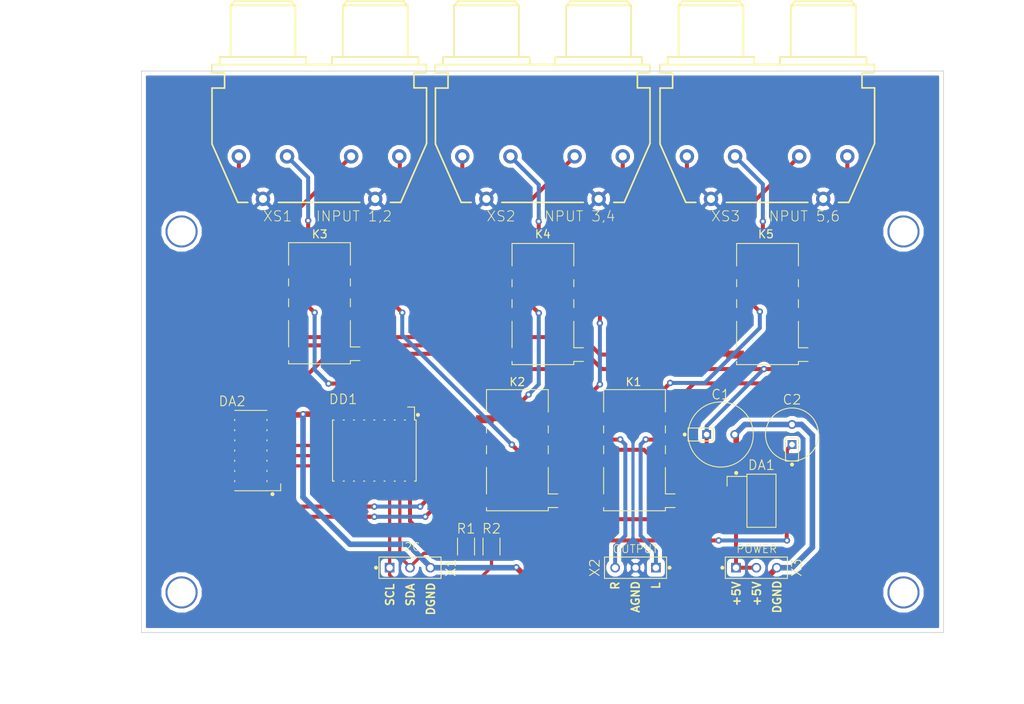
<source format=kicad_pcb>
(kicad_pcb (version 20171130) (host pcbnew 5.0.0+dfsg1-2)

  (general
    (thickness 1.6)
    (drawings 19)
    (tracks 285)
    (zones 0)
    (modules 18)
    (nets 47)
  )

  (page A4)
  (layers
    (0 F.Cu signal)
    (31 B.Cu signal)
    (32 B.Adhes user)
    (33 F.Adhes user)
    (34 B.Paste user)
    (35 F.Paste user)
    (36 B.SilkS user)
    (37 F.SilkS user)
    (38 B.Mask user)
    (39 F.Mask user)
    (40 Dwgs.User user)
    (41 Cmts.User user)
    (42 Eco1.User user)
    (43 Eco2.User user)
    (44 Edge.Cuts user)
    (45 Margin user)
    (46 B.CrtYd user hide)
    (47 F.CrtYd user hide)
    (48 B.Fab user hide)
    (49 F.Fab user hide)
  )

  (setup
    (last_trace_width 0.4)
    (trace_clearance 0.2)
    (zone_clearance 0.508)
    (zone_45_only no)
    (trace_min 0.2)
    (segment_width 0.2)
    (edge_width 0.1)
    (via_size 0.8)
    (via_drill 0.4)
    (via_min_size 0.4)
    (via_min_drill 0.3)
    (uvia_size 0.3)
    (uvia_drill 0.1)
    (uvias_allowed no)
    (uvia_min_size 0.2)
    (uvia_min_drill 0.1)
    (pcb_text_width 0.3)
    (pcb_text_size 1.5 1.5)
    (mod_edge_width 0.15)
    (mod_text_size 1 1)
    (mod_text_width 0.15)
    (pad_size 1.5 1.5)
    (pad_drill 0.6)
    (pad_to_mask_clearance 0)
    (aux_axis_origin 66.675 122.475)
    (grid_origin 66.675 122.475)
    (visible_elements FFFFFF7F)
    (pcbplotparams
      (layerselection 0x010fc_ffffffff)
      (usegerberextensions false)
      (usegerberattributes false)
      (usegerberadvancedattributes false)
      (creategerberjobfile false)
      (excludeedgelayer true)
      (linewidth 0.100000)
      (plotframeref false)
      (viasonmask false)
      (mode 1)
      (useauxorigin false)
      (hpglpennumber 1)
      (hpglpenspeed 20)
      (hpglpendiameter 15.000000)
      (psnegative false)
      (psa4output false)
      (plotreference true)
      (plotvalue true)
      (plotinvisibletext false)
      (padsonsilk false)
      (subtractmaskfromsilk false)
      (outputformat 1)
      (mirror false)
      (drillshape 0)
      (scaleselection 1)
      (outputdirectory "gerber/"))
  )

  (net 0 "")
  (net 1 +5V)
  (net 2 GND)
  (net 3 +3V3)
  (net 4 /IN_1)
  (net 5 /IN_2)
  (net 6 "Net-(K1-Pad7)")
  (net 7 "Net-(K1-Pad4)")
  (net 8 "Net-(K1-Pad8)")
  (net 9 "Net-(K1-Pad3)")
  (net 10 "Net-(K1-Pad6)")
  (net 11 "Net-(K1-Pad5)")
  (net 12 "Net-(K2-Pad5)")
  (net 13 "Net-(K2-Pad6)")
  (net 14 "Net-(K2-Pad3)")
  (net 15 "Net-(K2-Pad8)")
  (net 16 /IN1_R)
  (net 17 /IN1_L)
  (net 18 /IN2_R)
  (net 19 /IN2_L)
  (net 20 /IN4_L)
  (net 21 /IN4_R)
  (net 22 /IN3_L)
  (net 23 /IN3_R)
  (net 24 /IN5_R)
  (net 25 /IN5_L)
  (net 26 /IN6_L)
  (net 27 AGND)
  (net 28 /IN6_R)
  (net 29 "Net-(DA2-Pad1)")
  (net 30 "Net-(DD1-Pad7)")
  (net 31 "Net-(DD1-Pad15)")
  (net 32 "Net-(DD1-Pad14)")
  (net 33 "Net-(DD1-Pad13)")
  (net 34 "Net-(DD1-Pad12)")
  (net 35 "Net-(DD1-Pad11)")
  (net 36 "Net-(DD1-Pad10)")
  (net 37 "Net-(DD1-Pad9)")
  (net 38 "Net-(DA2-Pad4)")
  (net 39 "Net-(DA2-Pad5)")
  (net 40 "Net-(DA2-Pad6)")
  (net 41 "Net-(DA2-Pad7)")
  (net 42 "Net-(DA2-Pad11)")
  (net 43 "Net-(DA2-Pad10)")
  (net 44 /IN_0A)
  (net 45 /IN_0B)
  (net 46 /IN_0C)

  (net_class Default "Это класс цепей по умолчанию."
    (clearance 0.2)
    (trace_width 0.4)
    (via_dia 0.8)
    (via_drill 0.4)
    (uvia_dia 0.3)
    (uvia_drill 0.1)
    (add_net "Net-(DA2-Pad1)")
    (add_net "Net-(DA2-Pad10)")
    (add_net "Net-(DA2-Pad11)")
    (add_net "Net-(DA2-Pad4)")
    (add_net "Net-(DA2-Pad5)")
    (add_net "Net-(DA2-Pad6)")
    (add_net "Net-(DA2-Pad7)")
    (add_net "Net-(DD1-Pad10)")
    (add_net "Net-(DD1-Pad11)")
    (add_net "Net-(DD1-Pad12)")
    (add_net "Net-(DD1-Pad13)")
    (add_net "Net-(DD1-Pad14)")
    (add_net "Net-(DD1-Pad15)")
    (add_net "Net-(DD1-Pad7)")
    (add_net "Net-(DD1-Pad9)")
  )

  (net_class AGND ""
    (clearance 0.5)
    (trace_width 1)
    (via_dia 1)
    (via_drill 0.4)
    (uvia_dia 0.3)
    (uvia_drill 0.1)
    (add_net AGND)
  )

  (net_class Audio ""
    (clearance 0.5)
    (trace_width 0.5)
    (via_dia 0.8)
    (via_drill 0.4)
    (uvia_dia 0.3)
    (uvia_drill 0.1)
    (add_net /IN1_L)
    (add_net /IN1_R)
    (add_net /IN2_L)
    (add_net /IN2_R)
    (add_net /IN3_L)
    (add_net /IN3_R)
    (add_net /IN4_L)
    (add_net /IN4_R)
    (add_net /IN5_L)
    (add_net /IN5_R)
    (add_net /IN6_L)
    (add_net /IN6_R)
    (add_net "Net-(K1-Pad3)")
    (add_net "Net-(K1-Pad4)")
    (add_net "Net-(K1-Pad5)")
    (add_net "Net-(K1-Pad6)")
    (add_net "Net-(K1-Pad7)")
    (add_net "Net-(K1-Pad8)")
    (add_net "Net-(K2-Pad3)")
    (add_net "Net-(K2-Pad5)")
    (add_net "Net-(K2-Pad6)")
    (add_net "Net-(K2-Pad8)")
  )

  (net_class GND ""
    (clearance 0.4)
    (trace_width 0.7)
    (via_dia 0.8)
    (via_drill 0.4)
    (uvia_dia 0.3)
    (uvia_drill 0.1)
    (add_net GND)
  )

  (net_class VCC ""
    (clearance 0.3)
    (trace_width 0.5)
    (via_dia 0.8)
    (via_drill 0.4)
    (uvia_dia 0.3)
    (uvia_drill 0.1)
    (add_net +3V3)
    (add_net +5V)
    (add_net /IN_0A)
    (add_net /IN_0B)
    (add_net /IN_0C)
    (add_net /IN_1)
    (add_net /IN_2)
  )

  (module utils:con-amphenol-RCA-4-117-01 (layer F.Cu) (tedit 5B93F763) (tstamp 5B94528A)
    (at 144.675 63.117041)
    (descr "RCA JACK DIP R/A 4POS")
    (tags "RCA JACK DIP R/A 4POS")
    (path /5B976707)
    (attr virtual)
    (fp_text reference XS3 (at -5.175 7.462959) (layer F.SilkS)
      (effects (font (size 1.27 1.27) (thickness 0.1016)))
    )
    (fp_text value "INPUT 5,6" (at 4.35 7.462959) (layer F.SilkS)
      (effects (font (size 1.27 1.27) (thickness 0.1016)))
    )
    (fp_line (start -10.13714 5.73532) (end -13.35024 -1.54686) (layer F.SilkS) (width 0.2032))
    (fp_line (start -13.35024 -1.54686) (end -13.35024 -8.51916) (layer F.SilkS) (width 0.2032))
    (fp_line (start -13.35024 -8.51916) (end -11.78052 -8.51916) (layer F.SilkS) (width 0.2032))
    (fp_line (start -11.78052 -8.51916) (end -11.78052 -10.42416) (layer F.SilkS) (width 0.2032))
    (fp_line (start -11.78052 -10.42416) (end -13.3731 -10.42416) (layer F.SilkS) (width 0.2032))
    (fp_line (start -13.3731 -10.42416) (end -13.3731 -11.44778) (layer F.SilkS) (width 0.2032))
    (fp_line (start -13.3731 -11.44778) (end -12.39774 -11.44778) (layer F.SilkS) (width 0.2032))
    (fp_line (start -12.39774 -11.44778) (end -12.39774 -12.39774) (layer F.SilkS) (width 0.2032))
    (fp_line (start -12.39774 -12.39774) (end -11.04138 -12.39774) (layer F.SilkS) (width 0.2032))
    (fp_line (start -11.04138 -12.39774) (end -11.04138 -18.82394) (layer F.SilkS) (width 0.2032))
    (fp_line (start -11.04138 -18.82394) (end -10.63752 -18.82394) (layer F.SilkS) (width 0.2032))
    (fp_line (start -10.63752 -18.82394) (end -2.94894 -18.82394) (layer F.SilkS) (width 0.2032))
    (fp_line (start -2.94894 -18.82394) (end -2.94894 -12.39774) (layer F.SilkS) (width 0.2032))
    (fp_line (start -2.94894 -12.39774) (end -2.92608 -12.39774) (layer F.SilkS) (width 0.2032))
    (fp_line (start -2.92608 -12.39774) (end -1.59258 -12.39774) (layer F.SilkS) (width 0.2032))
    (fp_line (start -1.59258 -12.39774) (end -1.59258 -11.44778) (layer F.SilkS) (width 0.2032))
    (fp_line (start -1.59258 -11.44778) (end 1.59258 -11.44778) (layer F.SilkS) (width 0.2032))
    (fp_line (start 1.59258 -11.44778) (end 1.59258 -12.39774) (layer F.SilkS) (width 0.2032))
    (fp_line (start 1.59258 -12.39774) (end 2.94894 -12.39774) (layer F.SilkS) (width 0.2032))
    (fp_line (start 2.94894 -12.39774) (end 2.94894 -18.82394) (layer F.SilkS) (width 0.2032))
    (fp_line (start 2.94894 -18.82394) (end 11.04138 -18.82394) (layer F.SilkS) (width 0.2032))
    (fp_line (start 11.04138 -18.82394) (end 11.04138 -12.39774) (layer F.SilkS) (width 0.2032))
    (fp_line (start 11.04138 -12.39774) (end 12.39774 -12.39774) (layer F.SilkS) (width 0.2032))
    (fp_line (start 12.39774 -12.39774) (end 12.39774 -11.44778) (layer F.SilkS) (width 0.2032))
    (fp_line (start 12.39774 -11.44778) (end 13.3731 -11.44778) (layer F.SilkS) (width 0.2032))
    (fp_line (start 13.3731 -11.44778) (end 13.3731 -10.42416) (layer F.SilkS) (width 0.2032))
    (fp_line (start 13.3731 -10.42416) (end 11.82624 -10.42416) (layer F.SilkS) (width 0.2032))
    (fp_line (start 11.82624 -10.42416) (end 11.82624 -8.54202) (layer F.SilkS) (width 0.2032))
    (fp_line (start 11.82624 -8.54202) (end 13.3985 -8.54202) (layer F.SilkS) (width 0.2032))
    (fp_line (start 13.3985 -8.54202) (end 13.3985 -1.59258) (layer F.SilkS) (width 0.2032))
    (fp_line (start 13.3985 -1.59258) (end 10.1854 5.73532) (layer F.SilkS) (width 0.2032))
    (fp_line (start 10.1854 5.73532) (end -10.13714 5.73532) (layer Dwgs.User) (width 0.2032))
    (fp_line (start -11.04138 -12.39774) (end -2.94894 -12.39774) (layer F.SilkS) (width 0.2032))
    (fp_line (start -2.94894 -12.39774) (end -2.92608 -12.39774) (layer F.SilkS) (width 0.2032))
    (fp_line (start -2.92608 -12.39774) (end -2.94894 -12.39774) (layer F.SilkS) (width 0.2032))
    (fp_line (start 2.94894 -12.39774) (end 11.04138 -12.39774) (layer F.SilkS) (width 0.2032))
    (fp_line (start -11.04138 -18.82394) (end -10.46988 -19.39544) (layer F.SilkS) (width 0.2032))
    (fp_line (start -10.46988 -19.39544) (end -3.73634 -19.39544) (layer F.SilkS) (width 0.2032))
    (fp_line (start -2.94894 -18.82394) (end -3.52044 -19.39544) (layer F.SilkS) (width 0.2032))
    (fp_line (start -3.52044 -19.39544) (end -3.73634 -19.39544) (layer F.SilkS) (width 0.2032))
    (fp_line (start 2.97434 -18.82394) (end 3.54584 -19.39544) (layer F.SilkS) (width 0.2032))
    (fp_line (start 3.54584 -19.39544) (end 10.25652 -19.39544) (layer F.SilkS) (width 0.2032))
    (fp_line (start 11.04138 -18.82394) (end 10.46988 -19.39544) (layer F.SilkS) (width 0.2032))
    (fp_line (start 10.46988 -19.39544) (end 10.25652 -19.39544) (layer F.SilkS) (width 0.2032))
    (fp_line (start -12.39774 -11.44778) (end -1.59258 -11.44778) (layer F.SilkS) (width 0.2032))
    (fp_line (start -1.59258 -11.44778) (end 1.59258 -11.44778) (layer F.SilkS) (width 0.2032))
    (fp_line (start 1.59258 -11.44778) (end 12.39774 -11.44778) (layer F.SilkS) (width 0.2032))
    (fp_line (start 10.1854 5.73532) (end 8.89 5.73532) (layer F.SilkS) (width 0.2032))
    (fp_line (start 5.08 5.73532) (end -5.08 5.73532) (layer F.SilkS) (width 0.2032))
    (fp_line (start -8.89 5.73532) (end -10.13714 5.73532) (layer F.SilkS) (width 0.2032))
    (pad 2 thru_hole circle (at -9.99998 0) (size 1.8 1.8) (drill 1) (layers *.Cu *.Paste *.Mask)
      (net 24 /IN5_R))
    (pad 1 thru_hole circle (at -3.99796 0) (size 1.8 1.8) (drill 1) (layers *.Cu *.Paste *.Mask)
      (net 25 /IN5_L))
    (pad 5 thru_hole circle (at 3.99796 0) (size 1.8 1.8) (drill 1) (layers *.Cu *.Paste *.Mask)
      (net 28 /IN6_R))
    (pad 4 thru_hole circle (at 9.99998 0) (size 1.8 1.8) (drill 1) (layers *.Cu *.Paste *.Mask)
      (net 26 /IN6_L))
    (pad 3 thru_hole circle (at -6.9977 5.29844) (size 1.8 1.8) (drill 1) (layers *.Cu *.Paste *.Mask)
      (net 27 AGND))
    (pad 6 thru_hole circle (at 6.9977 5.29844) (size 1.8 1.8) (drill 1) (layers *.Cu *.Paste *.Mask)
      (net 27 AGND))
  )

  (module WAMP:SOIC127P600X175-16N (layer F.Cu) (tedit 5BA26310) (tstamp 5B99729F)
    (at 80.31 99.79 180)
    (path /5B951B5D)
    (attr smd)
    (fp_text reference DA2 (at 2.332 6.144 180) (layer F.SilkS)
      (effects (font (size 1.2 1.2) (thickness 0.12)))
    )
    (fp_text value ULN2003AD (at 0 0.05 270) (layer F.SilkS) hide
      (effects (font (size 1 1) (thickness 0.1)))
    )
    (fp_line (start -2.01 -5.01) (end 2.01 -5.01) (layer F.SilkS) (width 0.12))
    (fp_line (start 2.01 -3.885) (end 2.01 -3.735) (layer F.SilkS) (width 0.12))
    (fp_line (start 2.01 -2.615) (end 2.01 -2.465) (layer F.SilkS) (width 0.12))
    (fp_line (start 2.01 -1.345) (end 2.01 -1.195) (layer F.SilkS) (width 0.12))
    (fp_line (start 2.01 -0.075) (end 2.01 0.075) (layer F.SilkS) (width 0.12))
    (fp_line (start 2.01 1.195) (end 2.01 1.345) (layer F.SilkS) (width 0.12))
    (fp_line (start 2.01 2.465) (end 2.01 2.615) (layer F.SilkS) (width 0.12))
    (fp_line (start 2.01 3.735) (end 2.01 3.885) (layer F.SilkS) (width 0.12))
    (fp_line (start 2.01 5.01) (end -2.01 5.01) (layer F.SilkS) (width 0.12))
    (fp_line (start -2.01 -3.885) (end -2.01 -3.735) (layer F.SilkS) (width 0.12))
    (fp_line (start -2.01 -2.615) (end -2.01 -2.465) (layer F.SilkS) (width 0.12))
    (fp_line (start -2.01 -1.345) (end -2.01 -1.195) (layer F.SilkS) (width 0.12))
    (fp_line (start -2.01 -0.075) (end -2.01 0.075) (layer F.SilkS) (width 0.12))
    (fp_line (start -2.01 1.195) (end -2.01 1.345) (layer F.SilkS) (width 0.12))
    (fp_line (start -2.01 2.465) (end -2.01 2.615) (layer F.SilkS) (width 0.12))
    (fp_line (start -2.01 3.735) (end -2.01 3.885) (layer F.SilkS) (width 0.12))
    (fp_circle (center -2.7 -5.435) (end -2.7 -5.31) (layer F.SilkS) (width 0.25))
    (fp_line (start -2.01 -5.005) (end -3.723 -5.005) (layer F.SilkS) (width 0.12))
    (fp_line (start -3.723 -5.005) (end -3.723 -4.145) (layer F.SilkS) (width 0.12))
    (fp_text user REF** (at 0 0 270) (layer F.Fab) hide
      (effects (font (size 1 1) (thickness 0.1)))
    )
    (fp_line (start -0.95 -4.95) (end 1.95 -4.95) (layer F.Fab) (width 0.1))
    (fp_line (start 1.95 -4.95) (end 1.95 4.95) (layer F.Fab) (width 0.1))
    (fp_line (start 1.95 4.95) (end -1.95 4.95) (layer F.Fab) (width 0.1))
    (fp_line (start -1.95 4.95) (end -1.95 -3.95) (layer F.Fab) (width 0.1))
    (fp_line (start -1.95 -3.95) (end -0.95 -4.95) (layer F.Fab) (width 0.1))
    (fp_circle (center 0 0) (end 0 0.5) (layer F.CrtYd) (width 0.05))
    (fp_line (start -0.7 0) (end 0.7 0) (layer F.CrtYd) (width 0.05))
    (fp_line (start 0 -0.7) (end 0 0.7) (layer F.CrtYd) (width 0.05))
    (fp_line (start -3.713 -4.995) (end -2.2 -4.995) (layer F.CrtYd) (width 0.05))
    (fp_line (start -2.2 -4.995) (end -2.2 -5.2) (layer F.CrtYd) (width 0.05))
    (fp_line (start -2.2 -5.2) (end 2.2 -5.2) (layer F.CrtYd) (width 0.05))
    (fp_line (start 2.2 -5.2) (end 2.2 -4.995) (layer F.CrtYd) (width 0.05))
    (fp_line (start 2.2 -4.995) (end 3.713 -4.995) (layer F.CrtYd) (width 0.05))
    (fp_line (start 3.713 -4.995) (end 3.713 4.995) (layer F.CrtYd) (width 0.05))
    (fp_line (start 3.713 4.995) (end 2.2 4.995) (layer F.CrtYd) (width 0.05))
    (fp_line (start 2.2 4.995) (end 2.2 5.2) (layer F.CrtYd) (width 0.05))
    (fp_line (start 2.2 5.2) (end -2.2 5.2) (layer F.CrtYd) (width 0.05))
    (fp_line (start -2.2 5.2) (end -2.2 4.995) (layer F.CrtYd) (width 0.05))
    (fp_line (start -2.2 4.995) (end -3.713 4.995) (layer F.CrtYd) (width 0.05))
    (fp_line (start -3.713 4.995) (end -3.713 -4.995) (layer F.CrtYd) (width 0.05))
    (pad 1 smd rect (at -2.7 -4.445 180) (size 1.525 0.6) (layers F.Cu F.Paste F.Mask)
      (net 29 "Net-(DA2-Pad1)") (solder_mask_margin 0.2))
    (pad 2 smd rect (at -2.7 -3.175 180) (size 1.525 0.6) (layers F.Cu F.Paste F.Mask)
      (net 29 "Net-(DA2-Pad1)") (solder_mask_margin 0.2))
    (pad 3 smd rect (at -2.7 -1.905 180) (size 1.525 0.6) (layers F.Cu F.Paste F.Mask)
      (net 29 "Net-(DA2-Pad1)") (solder_mask_margin 0.2))
    (pad 4 smd rect (at -2.7 -0.635 180) (size 1.525 0.6) (layers F.Cu F.Paste F.Mask)
      (net 38 "Net-(DA2-Pad4)") (solder_mask_margin 0.2))
    (pad 5 smd rect (at -2.7 0.635 180) (size 1.525 0.6) (layers F.Cu F.Paste F.Mask)
      (net 39 "Net-(DA2-Pad5)") (solder_mask_margin 0.2))
    (pad 6 smd rect (at -2.7 1.905 180) (size 1.525 0.6) (layers F.Cu F.Paste F.Mask)
      (net 40 "Net-(DA2-Pad6)") (solder_mask_margin 0.2))
    (pad 7 smd rect (at -2.7 3.175 180) (size 1.525 0.6) (layers F.Cu F.Paste F.Mask)
      (net 41 "Net-(DA2-Pad7)") (solder_mask_margin 0.2))
    (pad 8 smd rect (at -2.7 4.445 180) (size 1.525 0.6) (layers F.Cu F.Paste F.Mask)
      (net 2 GND) (solder_mask_margin 0.2))
    (pad 16 smd rect (at 2.7 -4.445 180) (size 1.525 0.6) (layers F.Cu F.Paste F.Mask)
      (net 44 /IN_0A) (solder_mask_margin 0.2))
    (pad 15 smd rect (at 2.7 -3.175 180) (size 1.525 0.6) (layers F.Cu F.Paste F.Mask)
      (net 45 /IN_0B) (solder_mask_margin 0.2))
    (pad 14 smd rect (at 2.7 -1.905 180) (size 1.525 0.6) (layers F.Cu F.Paste F.Mask)
      (net 46 /IN_0C) (solder_mask_margin 0.2))
    (pad 13 smd rect (at 2.7 -0.635 180) (size 1.525 0.6) (layers F.Cu F.Paste F.Mask)
      (net 4 /IN_1) (solder_mask_margin 0.2))
    (pad 12 smd rect (at 2.7 0.635 180) (size 1.525 0.6) (layers F.Cu F.Paste F.Mask)
      (net 5 /IN_2) (solder_mask_margin 0.2))
    (pad 11 smd rect (at 2.7 1.905 180) (size 1.525 0.6) (layers F.Cu F.Paste F.Mask)
      (net 42 "Net-(DA2-Pad11)") (solder_mask_margin 0.2))
    (pad 10 smd rect (at 2.7 3.175 180) (size 1.525 0.6) (layers F.Cu F.Paste F.Mask)
      (net 43 "Net-(DA2-Pad10)") (solder_mask_margin 0.2))
    (pad 9 smd rect (at 2.7 4.445 180) (size 1.525 0.6) (layers F.Cu F.Paste F.Mask)
      (net 1 +5V) (solder_mask_margin 0.2))
    (model SOIC127P600X175-16N.wrl
      (at (xyz 0 0 0))
      (scale (xyz 0.3937 0.3937 0.3937))
      (rotate (xyz 0 0 0))
    )
  )

  (module WAMP:CON_CONN_BL_03X01 (layer F.Cu) (tedit 5B96179F) (tstamp 5B961DD7)
    (at 143.335 114.395 90)
    (path /5B9E9D14)
    (fp_text reference X3 (at 0 5.034999 90) (layer F.SilkS)
      (effects (font (size 1.2 1.2) (thickness 0.12)))
    )
    (fp_text value POWER (at 2.334 0.048 180) (layer F.SilkS)
      (effects (font (size 1 1) (thickness 0.1)))
    )
    (fp_line (start -1.33 -3.87) (end 1.33 -3.87) (layer F.SilkS) (width 0.12))
    (fp_line (start 1.33 -3.87) (end 1.33 3.87) (layer F.SilkS) (width 0.12))
    (fp_line (start 1.33 3.87) (end -1.33 3.87) (layer F.SilkS) (width 0.12))
    (fp_line (start -1.33 3.87) (end -1.33 -3.87) (layer F.SilkS) (width 0.12))
    (fp_circle (center 0 -4.24) (end 0 -4.115) (layer F.SilkS) (width 0.25))
    (fp_text user REF** (at 0 0 180) (layer F.Fab) hide
      (effects (font (size 1 1) (thickness 0.1)))
    )
    (fp_line (start -0.27 -3.81) (end 1.27 -3.81) (layer F.Fab) (width 0.1))
    (fp_line (start 1.27 -3.81) (end 1.27 3.81) (layer F.Fab) (width 0.1))
    (fp_line (start 1.27 3.81) (end -1.27 3.81) (layer F.Fab) (width 0.1))
    (fp_line (start -1.27 3.81) (end -1.27 -2.81) (layer F.Fab) (width 0.1))
    (fp_line (start -1.27 -2.81) (end -0.27 -3.81) (layer F.Fab) (width 0.1))
    (fp_circle (center 0 0) (end 0 0.5) (layer F.CrtYd) (width 0.05))
    (fp_line (start -0.7 0) (end 0.7 0) (layer F.CrtYd) (width 0.05))
    (fp_line (start 0 -0.7) (end 0 0.7) (layer F.CrtYd) (width 0.05))
    (fp_line (start -1.52 -4.06) (end 1.52 -4.06) (layer F.CrtYd) (width 0.05))
    (fp_line (start 1.52 -4.06) (end 1.52 4.06) (layer F.CrtYd) (width 0.05))
    (fp_line (start 1.52 4.06) (end -1.52 4.06) (layer F.CrtYd) (width 0.05))
    (fp_line (start -1.52 4.06) (end -1.52 -4.06) (layer F.CrtYd) (width 0.05))
    (pad 1 thru_hole rect (at 0 -2.54 90) (size 1.2 1.2) (drill 0.8) (layers F&B.Cu *.Paste *.Mask)
      (net 1 +5V) (solder_mask_margin 0.2))
    (pad 2 thru_hole circle (at 0 0 90) (size 1.2 1.2) (drill 0.8) (layers F&B.Cu *.Paste *.Mask)
      (net 1 +5V) (solder_mask_margin 0.2))
    (pad 3 thru_hole circle (at 0 2.54 90) (size 1.2 1.2) (drill 0.8) (layers F&B.Cu *.Paste *.Mask)
      (net 2 GND) (solder_mask_margin 0.2))
    (model CON_CONN_BL_03X01.wrl
      (at (xyz 0 0 0))
      (scale (xyz 0.3937 0.3937 0.3937))
      (rotate (xyz 0 0 0))
    )
  )

  (module WAMP:CON_CONN_BL_03X01 (layer F.Cu) (tedit 5B9617B8) (tstamp 5B961DBE)
    (at 100.155 114.395 90)
    (path /5B9EDF3E)
    (fp_text reference X1 (at 0 5.08 90) (layer F.SilkS)
      (effects (font (size 1.2 1.2) (thickness 0.12)))
    )
    (fp_text value I2C (at 2.588 0.048 180) (layer F.SilkS)
      (effects (font (size 1 1) (thickness 0.1)))
    )
    (fp_line (start -1.52 4.06) (end -1.52 -4.06) (layer F.CrtYd) (width 0.05))
    (fp_line (start 1.52 4.06) (end -1.52 4.06) (layer F.CrtYd) (width 0.05))
    (fp_line (start 1.52 -4.06) (end 1.52 4.06) (layer F.CrtYd) (width 0.05))
    (fp_line (start -1.52 -4.06) (end 1.52 -4.06) (layer F.CrtYd) (width 0.05))
    (fp_line (start 0 -0.7) (end 0 0.7) (layer F.CrtYd) (width 0.05))
    (fp_line (start -0.7 0) (end 0.7 0) (layer F.CrtYd) (width 0.05))
    (fp_circle (center 0 0) (end 0 0.5) (layer F.CrtYd) (width 0.05))
    (fp_line (start -1.27 -2.81) (end -0.27 -3.81) (layer F.Fab) (width 0.1))
    (fp_line (start -1.27 3.81) (end -1.27 -2.81) (layer F.Fab) (width 0.1))
    (fp_line (start 1.27 3.81) (end -1.27 3.81) (layer F.Fab) (width 0.1))
    (fp_line (start 1.27 -3.81) (end 1.27 3.81) (layer F.Fab) (width 0.1))
    (fp_line (start -0.27 -3.81) (end 1.27 -3.81) (layer F.Fab) (width 0.1))
    (fp_text user REF** (at 0 0 180) (layer F.Fab) hide
      (effects (font (size 1 1) (thickness 0.1)))
    )
    (fp_circle (center 0 -4.24) (end 0 -4.115) (layer F.SilkS) (width 0.25))
    (fp_line (start -1.33 3.87) (end -1.33 -3.87) (layer F.SilkS) (width 0.12))
    (fp_line (start 1.33 3.87) (end -1.33 3.87) (layer F.SilkS) (width 0.12))
    (fp_line (start 1.33 -3.87) (end 1.33 3.87) (layer F.SilkS) (width 0.12))
    (fp_line (start -1.33 -3.87) (end 1.33 -3.87) (layer F.SilkS) (width 0.12))
    (pad 3 thru_hole circle (at 0 2.54 90) (size 1.2 1.2) (drill 0.8) (layers F&B.Cu *.Paste *.Mask)
      (net 2 GND) (solder_mask_margin 0.2))
    (pad 2 thru_hole circle (at 0 0 90) (size 1.2 1.2) (drill 0.8) (layers F&B.Cu *.Paste *.Mask)
      (net 31 "Net-(DD1-Pad15)") (solder_mask_margin 0.2))
    (pad 1 thru_hole rect (at 0 -2.54 90) (size 1.2 1.2) (drill 0.8) (layers F&B.Cu *.Paste *.Mask)
      (net 32 "Net-(DD1-Pad14)") (solder_mask_margin 0.2))
    (model CON_CONN_BL_03X01.wrl
      (at (xyz 0 0 0))
      (scale (xyz 0.3937 0.3937 0.3937))
      (rotate (xyz 0 0 0))
    )
  )

  (module WAMP:CON_CONN_BL_03X01 (layer F.Cu) (tedit 5B9617AD) (tstamp 5B961DA5)
    (at 128.27 114.395 270)
    (path /5B9D56BF)
    (fp_text reference X2 (at 0 5.08 270) (layer F.SilkS)
      (effects (font (size 1.2 1.2) (thickness 0.12)))
    )
    (fp_text value OUTPUT (at -2.334 0) (layer F.SilkS)
      (effects (font (size 1 1) (thickness 0.1)))
    )
    (fp_line (start -1.33 -3.87) (end 1.33 -3.87) (layer F.SilkS) (width 0.12))
    (fp_line (start 1.33 -3.87) (end 1.33 3.87) (layer F.SilkS) (width 0.12))
    (fp_line (start 1.33 3.87) (end -1.33 3.87) (layer F.SilkS) (width 0.12))
    (fp_line (start -1.33 3.87) (end -1.33 -3.87) (layer F.SilkS) (width 0.12))
    (fp_circle (center 0 -4.24) (end 0 -4.115) (layer F.SilkS) (width 0.25))
    (fp_text user REF** (at 0 0) (layer F.Fab) hide
      (effects (font (size 1 1) (thickness 0.1)))
    )
    (fp_line (start -0.27 -3.81) (end 1.27 -3.81) (layer F.Fab) (width 0.1))
    (fp_line (start 1.27 -3.81) (end 1.27 3.81) (layer F.Fab) (width 0.1))
    (fp_line (start 1.27 3.81) (end -1.27 3.81) (layer F.Fab) (width 0.1))
    (fp_line (start -1.27 3.81) (end -1.27 -2.81) (layer F.Fab) (width 0.1))
    (fp_line (start -1.27 -2.81) (end -0.27 -3.81) (layer F.Fab) (width 0.1))
    (fp_circle (center 0 0) (end 0 0.5) (layer F.CrtYd) (width 0.05))
    (fp_line (start -0.7 0) (end 0.7 0) (layer F.CrtYd) (width 0.05))
    (fp_line (start 0 -0.7) (end 0 0.7) (layer F.CrtYd) (width 0.05))
    (fp_line (start -1.52 -4.06) (end 1.52 -4.06) (layer F.CrtYd) (width 0.05))
    (fp_line (start 1.52 -4.06) (end 1.52 4.06) (layer F.CrtYd) (width 0.05))
    (fp_line (start 1.52 4.06) (end -1.52 4.06) (layer F.CrtYd) (width 0.05))
    (fp_line (start -1.52 4.06) (end -1.52 -4.06) (layer F.CrtYd) (width 0.05))
    (pad 1 thru_hole rect (at 0 -2.54 270) (size 1.2 1.2) (drill 0.8) (layers F&B.Cu *.Paste *.Mask)
      (net 7 "Net-(K1-Pad4)") (solder_mask_margin 0.2))
    (pad 2 thru_hole circle (at 0 0 270) (size 1.2 1.2) (drill 0.8) (layers F&B.Cu *.Paste *.Mask)
      (net 27 AGND) (solder_mask_margin 0.2))
    (pad 3 thru_hole circle (at 0 2.54 270) (size 1.2 1.2) (drill 0.8) (layers F&B.Cu *.Paste *.Mask)
      (net 6 "Net-(K1-Pad7)") (solder_mask_margin 0.2))
    (model CON_CONN_BL_03X01.wrl
      (at (xyz 0 0 0))
      (scale (xyz 0.3937 0.3937 0.3937))
      (rotate (xyz 0 0 0))
    )
  )

  (module WAMP:SOIC127P940X245-16N (layer F.Cu) (tedit 5BA2630A) (tstamp 5B961CF4)
    (at 95.71 99.79 270)
    (path /5B9528CB)
    (attr smd)
    (fp_text reference DD1 (at -6.398 3.889) (layer F.SilkS)
      (effects (font (size 1.2 1.2) (thickness 0.12)))
    )
    (fp_text value PCF8574T (at 0 0) (layer F.SilkS) hide
      (effects (font (size 1 1) (thickness 0.1)))
    )
    (fp_line (start -3.81 -5.21) (end 3.81 -5.21) (layer F.SilkS) (width 0.12))
    (fp_line (start 3.81 -5.21) (end 3.81 -5.005) (layer F.SilkS) (width 0.12))
    (fp_line (start 3.81 -3.885) (end 3.81 -3.735) (layer F.SilkS) (width 0.12))
    (fp_line (start 3.81 -2.615) (end 3.81 -2.465) (layer F.SilkS) (width 0.12))
    (fp_line (start 3.81 -1.345) (end 3.81 -1.195) (layer F.SilkS) (width 0.12))
    (fp_line (start 3.81 -0.075) (end 3.81 0.075) (layer F.SilkS) (width 0.12))
    (fp_line (start 3.81 1.195) (end 3.81 1.345) (layer F.SilkS) (width 0.12))
    (fp_line (start 3.81 2.465) (end 3.81 2.615) (layer F.SilkS) (width 0.12))
    (fp_line (start 3.81 3.735) (end 3.81 3.885) (layer F.SilkS) (width 0.12))
    (fp_line (start 3.81 5.005) (end 3.81 5.21) (layer F.SilkS) (width 0.12))
    (fp_line (start 3.81 5.21) (end -3.81 5.21) (layer F.SilkS) (width 0.12))
    (fp_line (start -3.81 -5.21) (end -3.81 -5.005) (layer F.SilkS) (width 0.12))
    (fp_line (start -3.81 -3.885) (end -3.81 -3.735) (layer F.SilkS) (width 0.12))
    (fp_line (start -3.81 -2.615) (end -3.81 -2.465) (layer F.SilkS) (width 0.12))
    (fp_line (start -3.81 -1.345) (end -3.81 -1.195) (layer F.SilkS) (width 0.12))
    (fp_line (start -3.81 -0.075) (end -3.81 0.075) (layer F.SilkS) (width 0.12))
    (fp_line (start -3.81 1.195) (end -3.81 1.345) (layer F.SilkS) (width 0.12))
    (fp_line (start -3.81 2.465) (end -3.81 2.615) (layer F.SilkS) (width 0.12))
    (fp_line (start -3.81 3.735) (end -3.81 3.885) (layer F.SilkS) (width 0.12))
    (fp_line (start -3.81 5.005) (end -3.81 5.21) (layer F.SilkS) (width 0.12))
    (fp_circle (center -4.45 -5.435) (end -4.45 -5.31) (layer F.SilkS) (width 0.25))
    (fp_line (start -3.81 -5.005) (end -5.422 -5.005) (layer F.SilkS) (width 0.12))
    (fp_line (start -5.422 -5.005) (end -5.422 -4.145) (layer F.SilkS) (width 0.12))
    (fp_text user REF** (at 0 0) (layer F.Fab) hide
      (effects (font (size 1 1) (thickness 0.1)))
    )
    (fp_line (start -2.75 -5.15) (end 3.75 -5.15) (layer F.Fab) (width 0.1))
    (fp_line (start 3.75 -5.15) (end 3.75 5.15) (layer F.Fab) (width 0.1))
    (fp_line (start 3.75 5.15) (end -3.75 5.15) (layer F.Fab) (width 0.1))
    (fp_line (start -3.75 5.15) (end -3.75 -4.15) (layer F.Fab) (width 0.1))
    (fp_line (start -3.75 -4.15) (end -2.75 -5.15) (layer F.Fab) (width 0.1))
    (fp_circle (center 0 0) (end 0 0.5) (layer F.CrtYd) (width 0.05))
    (fp_line (start -0.7 0) (end 0.7 0) (layer F.CrtYd) (width 0.05))
    (fp_line (start 0 -0.7) (end 0 0.7) (layer F.CrtYd) (width 0.05))
    (fp_line (start -5.412 -4.995) (end -4 -4.995) (layer F.CrtYd) (width 0.05))
    (fp_line (start -4 -4.995) (end -4 -5.4) (layer F.CrtYd) (width 0.05))
    (fp_line (start -4 -5.4) (end 4 -5.4) (layer F.CrtYd) (width 0.05))
    (fp_line (start 4 -5.4) (end 4 -4.995) (layer F.CrtYd) (width 0.05))
    (fp_line (start 4 -4.995) (end 5.412 -4.995) (layer F.CrtYd) (width 0.05))
    (fp_line (start 5.412 -4.995) (end 5.412 4.995) (layer F.CrtYd) (width 0.05))
    (fp_line (start 5.412 4.995) (end 4 4.995) (layer F.CrtYd) (width 0.05))
    (fp_line (start 4 4.995) (end 4 5.4) (layer F.CrtYd) (width 0.05))
    (fp_line (start 4 5.4) (end -4 5.4) (layer F.CrtYd) (width 0.05))
    (fp_line (start -4 5.4) (end -4 4.995) (layer F.CrtYd) (width 0.05))
    (fp_line (start -4 4.995) (end -5.412 4.995) (layer F.CrtYd) (width 0.05))
    (fp_line (start -5.412 4.995) (end -5.412 -4.995) (layer F.CrtYd) (width 0.05))
    (pad 1 smd rect (at -4.45 -4.445 270) (size 1.425 0.6) (layers F.Cu F.Paste F.Mask)
      (net 3 +3V3) (solder_mask_margin 0.2))
    (pad 2 smd rect (at -4.45 -3.175 270) (size 1.425 0.6) (layers F.Cu F.Paste F.Mask)
      (net 3 +3V3) (solder_mask_margin 0.2))
    (pad 3 smd rect (at -4.45 -1.905 270) (size 1.425 0.6) (layers F.Cu F.Paste F.Mask)
      (net 2 GND) (solder_mask_margin 0.2))
    (pad 4 smd rect (at -4.45 -0.635 270) (size 1.425 0.6) (layers F.Cu F.Paste F.Mask)
      (net 29 "Net-(DA2-Pad1)") (solder_mask_margin 0.2))
    (pad 5 smd rect (at -4.45 0.635 270) (size 1.425 0.6) (layers F.Cu F.Paste F.Mask)
      (net 38 "Net-(DA2-Pad4)") (solder_mask_margin 0.2))
    (pad 6 smd rect (at -4.45 1.905 270) (size 1.425 0.6) (layers F.Cu F.Paste F.Mask)
      (net 39 "Net-(DA2-Pad5)") (solder_mask_margin 0.2))
    (pad 7 smd rect (at -4.45 3.175 270) (size 1.425 0.6) (layers F.Cu F.Paste F.Mask)
      (net 30 "Net-(DD1-Pad7)") (solder_mask_margin 0.2))
    (pad 8 smd rect (at -4.45 4.445 270) (size 1.425 0.6) (layers F.Cu F.Paste F.Mask)
      (net 2 GND) (solder_mask_margin 0.2))
    (pad 16 smd rect (at 4.45 -4.445 270) (size 1.425 0.6) (layers F.Cu F.Paste F.Mask)
      (net 3 +3V3) (solder_mask_margin 0.2))
    (pad 15 smd rect (at 4.45 -3.175 270) (size 1.425 0.6) (layers F.Cu F.Paste F.Mask)
      (net 31 "Net-(DD1-Pad15)") (solder_mask_margin 0.2))
    (pad 14 smd rect (at 4.45 -1.905 270) (size 1.425 0.6) (layers F.Cu F.Paste F.Mask)
      (net 32 "Net-(DD1-Pad14)") (solder_mask_margin 0.2))
    (pad 13 smd rect (at 4.45 -0.635 270) (size 1.425 0.6) (layers F.Cu F.Paste F.Mask)
      (net 33 "Net-(DD1-Pad13)") (solder_mask_margin 0.2))
    (pad 12 smd rect (at 4.45 0.635 270) (size 1.425 0.6) (layers F.Cu F.Paste F.Mask)
      (net 34 "Net-(DD1-Pad12)") (solder_mask_margin 0.2))
    (pad 11 smd rect (at 4.45 1.905 270) (size 1.425 0.6) (layers F.Cu F.Paste F.Mask)
      (net 35 "Net-(DD1-Pad11)") (solder_mask_margin 0.2))
    (pad 10 smd rect (at 4.45 3.175 270) (size 1.425 0.6) (layers F.Cu F.Paste F.Mask)
      (net 36 "Net-(DD1-Pad10)") (solder_mask_margin 0.2))
    (pad 9 smd rect (at 4.45 4.445 270) (size 1.425 0.6) (layers F.Cu F.Paste F.Mask)
      (net 37 "Net-(DD1-Pad9)") (solder_mask_margin 0.2))
    (model SOIC127P940X245-16N.wrl
      (at (xyz 0 0 0))
      (scale (xyz 0.3937 0.3937 0.3937))
      (rotate (xyz 0 0 0))
    )
  )

  (module WAMP:RESC2013X65N (layer F.Cu) (tedit 0) (tstamp 5B958ECB)
    (at 110.315 111.76)
    (path /5B962B21)
    (attr smd)
    (fp_text reference R2 (at 0 -2.230001) (layer F.SilkS)
      (effects (font (size 1.2 1.2) (thickness 0.12)))
    )
    (fp_text value 10k (at 0 0 90) (layer F.Fab)
      (effects (font (size 0.825 0.825) (thickness 0.1)))
    )
    (fp_line (start 1.02 -1.57) (end -1.02 -1.57) (layer F.CrtYd) (width 0.05))
    (fp_line (start 1.02 -1.22) (end 1.02 -1.57) (layer F.CrtYd) (width 0.05))
    (fp_line (start 1.02 1.22) (end 1.02 -1.22) (layer F.CrtYd) (width 0.05))
    (fp_line (start 1.02 1.57) (end 1.02 1.22) (layer F.CrtYd) (width 0.05))
    (fp_line (start -1.02 1.57) (end 1.02 1.57) (layer F.CrtYd) (width 0.05))
    (fp_line (start -1.02 1.22) (end -1.02 1.57) (layer F.CrtYd) (width 0.05))
    (fp_line (start -1.02 -1.22) (end -1.02 1.22) (layer F.CrtYd) (width 0.05))
    (fp_line (start -1.02 -1.57) (end -1.02 -1.22) (layer F.CrtYd) (width 0.05))
    (fp_line (start 0 -0.7) (end 0 0.7) (layer F.CrtYd) (width 0.05))
    (fp_line (start -0.7 0) (end 0.7 0) (layer F.CrtYd) (width 0.05))
    (fp_circle (center 0 0) (end 0 0.5) (layer F.CrtYd) (width 0.05))
    (fp_line (start -0.625 1) (end -0.625 -1) (layer F.Fab) (width 0.1))
    (fp_line (start 0.625 1) (end -0.625 1) (layer F.Fab) (width 0.1))
    (fp_line (start 0.625 -1) (end 0.625 1) (layer F.Fab) (width 0.1))
    (fp_line (start -0.625 -1) (end 0.625 -1) (layer F.Fab) (width 0.1))
    (fp_text user REF** (at 0 0 90) (layer F.Fab) hide
      (effects (font (size 0.825 0.825) (thickness 0.1)))
    )
    (fp_line (start 1.06 -1.06) (end 1.06 1.06) (layer F.SilkS) (width 0.12))
    (fp_line (start -1.06 -1.06) (end -1.06 1.06) (layer F.SilkS) (width 0.12))
    (pad 2 smd rect (at 0 0.85) (size 1.6 1) (layers F.Cu F.Paste F.Mask)
      (net 32 "Net-(DD1-Pad14)") (solder_mask_margin 0.2))
    (pad 1 smd rect (at 0 -0.85) (size 1.6 1) (layers F.Cu F.Paste F.Mask)
      (net 3 +3V3) (solder_mask_margin 0.2))
    (model RESC2013X65N.wrl
      (at (xyz 0 0 0))
      (scale (xyz 0.3937 0.3937 0.3937))
      (rotate (xyz 0 0 0))
    )
  )

  (module WAMP:RESC2013X65N (layer F.Cu) (tedit 0) (tstamp 5B958EB3)
    (at 107.14 111.76)
    (path /5B95C150)
    (attr smd)
    (fp_text reference R1 (at 0 -2.230001) (layer F.SilkS)
      (effects (font (size 1.2 1.2) (thickness 0.12)))
    )
    (fp_text value 10k (at 0 0 90) (layer F.Fab)
      (effects (font (size 0.825 0.825) (thickness 0.1)))
    )
    (fp_line (start -1.06 -1.06) (end -1.06 1.06) (layer F.SilkS) (width 0.12))
    (fp_line (start 1.06 -1.06) (end 1.06 1.06) (layer F.SilkS) (width 0.12))
    (fp_text user REF** (at 0 0 90) (layer F.Fab) hide
      (effects (font (size 0.825 0.825) (thickness 0.1)))
    )
    (fp_line (start -0.625 -1) (end 0.625 -1) (layer F.Fab) (width 0.1))
    (fp_line (start 0.625 -1) (end 0.625 1) (layer F.Fab) (width 0.1))
    (fp_line (start 0.625 1) (end -0.625 1) (layer F.Fab) (width 0.1))
    (fp_line (start -0.625 1) (end -0.625 -1) (layer F.Fab) (width 0.1))
    (fp_circle (center 0 0) (end 0 0.5) (layer F.CrtYd) (width 0.05))
    (fp_line (start -0.7 0) (end 0.7 0) (layer F.CrtYd) (width 0.05))
    (fp_line (start 0 -0.7) (end 0 0.7) (layer F.CrtYd) (width 0.05))
    (fp_line (start -1.02 -1.57) (end -1.02 -1.22) (layer F.CrtYd) (width 0.05))
    (fp_line (start -1.02 -1.22) (end -1.02 1.22) (layer F.CrtYd) (width 0.05))
    (fp_line (start -1.02 1.22) (end -1.02 1.57) (layer F.CrtYd) (width 0.05))
    (fp_line (start -1.02 1.57) (end 1.02 1.57) (layer F.CrtYd) (width 0.05))
    (fp_line (start 1.02 1.57) (end 1.02 1.22) (layer F.CrtYd) (width 0.05))
    (fp_line (start 1.02 1.22) (end 1.02 -1.22) (layer F.CrtYd) (width 0.05))
    (fp_line (start 1.02 -1.22) (end 1.02 -1.57) (layer F.CrtYd) (width 0.05))
    (fp_line (start 1.02 -1.57) (end -1.02 -1.57) (layer F.CrtYd) (width 0.05))
    (pad 1 smd rect (at 0 -0.85) (size 1.6 1) (layers F.Cu F.Paste F.Mask)
      (net 3 +3V3) (solder_mask_margin 0.2))
    (pad 2 smd rect (at 0 0.85) (size 1.6 1) (layers F.Cu F.Paste F.Mask)
      (net 31 "Net-(DD1-Pad15)") (solder_mask_margin 0.2))
    (model RESC2013X65N.wrl
      (at (xyz 0 0 0))
      (scale (xyz 0.3937 0.3937 0.3937))
      (rotate (xyz 0 0 0))
    )
  )

  (module Relay_SMD:Relay_DPDT_Omron_G6S-2F (layer F.Cu) (tedit 5BA262FA) (tstamp 5B945167)
    (at 116.675 81.475 180)
    (descr "Relay Omron G6S-2F, see http://omronfs.omron.com/en_US/ecb/products/pdf/en-g6s.pdf")
    (tags "Relay Omron G6S-2F")
    (path /5B9F1065)
    (attr smd)
    (fp_text reference K4 (at -0.04 8.657 180) (layer F.SilkS)
      (effects (font (size 1 1) (thickness 0.15)))
    )
    (fp_text value G6S-2F-5DC (at -0.04 -0.095 270) (layer F.SilkS) hide
      (effects (font (size 1 1) (thickness 0.15)))
    )
    (fp_line (start 5.35 7.6) (end -5.35 7.6) (layer F.CrtYd) (width 0.05))
    (fp_line (start 5.35 7.6) (end 5.35 -7.7) (layer F.CrtYd) (width 0.05))
    (fp_line (start -5.35 -7.7) (end -5.35 7.6) (layer F.CrtYd) (width 0.05))
    (fp_line (start -5.35 -7.7) (end 5.35 -7.7) (layer F.CrtYd) (width 0.05))
    (fp_line (start -2.64 -7.45) (end 3.66 -7.45) (layer F.Fab) (width 0.12))
    (fp_line (start 3.66 -7.45) (end 3.66 7.35) (layer F.Fab) (width 0.12))
    (fp_line (start 3.66 7.35) (end -3.74 7.35) (layer F.Fab) (width 0.12))
    (fp_line (start -3.74 7.35) (end -3.74 -6.45) (layer F.Fab) (width 0.12))
    (fp_line (start -3.74 -6.45) (end -2.64 -7.45) (layer F.Fab) (width 0.12))
    (fp_text user %R (at 0 0 180) (layer F.Fab)
      (effects (font (size 1 1) (thickness 0.15)))
    )
    (fp_line (start -5.1 -7.2) (end -3.9 -7.2) (layer F.SilkS) (width 0.12))
    (fp_line (start -3.9 -7.2) (end -3.9 -7.6) (layer F.SilkS) (width 0.12))
    (fp_line (start -3.9 -7.6) (end 3.8 -7.6) (layer F.SilkS) (width 0.12))
    (fp_line (start 3.8 -7.6) (end 3.8 -7.2) (layer F.SilkS) (width 0.12))
    (fp_line (start 3.8 -5.5) (end 3.8 -2.2) (layer F.SilkS) (width 0.12))
    (fp_line (start -3.9 -5.5) (end -3.9 -2.2) (layer F.SilkS) (width 0.12))
    (fp_line (start -3.9 -5.5) (end -5.1 -5.5) (layer F.SilkS) (width 0.12))
    (fp_line (start -3.9 -0.5) (end -3.9 0.5) (layer F.SilkS) (width 0.12))
    (fp_line (start -3.9 2.1) (end -3.9 3) (layer F.SilkS) (width 0.12))
    (fp_line (start -3.9 4.7) (end -3.9 7.5) (layer F.SilkS) (width 0.12))
    (fp_line (start -3.9 7.5) (end 3.8 7.5) (layer F.SilkS) (width 0.12))
    (fp_line (start 3.8 7.5) (end 3.8 4.7) (layer F.SilkS) (width 0.12))
    (fp_line (start 3.8 3) (end 3.8 2.1) (layer F.SilkS) (width 0.12))
    (fp_line (start 3.8 0.5) (end 3.8 -0.5) (layer F.SilkS) (width 0.12))
    (pad 5 smd rect (at -4 3.81 180) (size 2.2 1) (layers F.Cu F.Paste F.Mask)
      (net 20 /IN4_L))
    (pad 6 smd rect (at 4 3.81 180) (size 2.2 1) (layers F.Cu F.Paste F.Mask)
      (net 21 /IN4_R))
    (pad 3 smd rect (at -4 -1.27 180) (size 2.2 1) (layers F.Cu F.Paste F.Mask)
      (net 22 /IN3_L))
    (pad 1 smd rect (at -4 -6.35 180) (size 2.2 1) (layers F.Cu F.Paste F.Mask)
      (net 1 +5V))
    (pad 8 smd rect (at 4 -1.27 180) (size 2.2 1) (layers F.Cu F.Paste F.Mask)
      (net 23 /IN3_R))
    (pad 10 smd rect (at 4 -6.35 180) (size 2.2 1) (layers F.Cu F.Paste F.Mask)
      (net 45 /IN_0B))
    (pad 4 smd rect (at -4 1.27 180) (size 2.2 1) (layers F.Cu F.Paste F.Mask)
      (net 12 "Net-(K2-Pad5)"))
    (pad 7 smd rect (at 4 1.27 180) (size 2.2 1) (layers F.Cu F.Paste F.Mask)
      (net 13 "Net-(K2-Pad6)"))
    (model ${KISYS3DMOD}/Relay_SMD.3dshapes/Relay_DPDT_Omron_G6S-2F.wrl
      (at (xyz 0 0 0))
      (scale (xyz 1 1 1))
      (rotate (xyz 0 0 0))
    )
  )

  (module WAMP:CAPPRD350W50D800H800N (layer F.Cu) (tedit 0) (tstamp 5B945025)
    (at 138.89 97.79 90)
    (path /5B97B125)
    (fp_text reference C1 (at 4.985 0 180) (layer F.SilkS)
      (effects (font (size 1.2 1.2) (thickness 0.12)))
    )
    (fp_text value 220uF (at 0 0 90) (layer F.Fab)
      (effects (font (size 1 1) (thickness 0.1)))
    )
    (fp_circle (center 0 0) (end 0 4.06) (layer F.SilkS) (width 0.12))
    (fp_line (start -0.81 -4.06) (end 0.81 -4.06) (layer F.SilkS) (width 0.12))
    (fp_line (start 0.81 -4.06) (end 0.81 -0.94) (layer F.SilkS) (width 0.12))
    (fp_line (start 0.81 -0.94) (end -0.81 -0.94) (layer F.SilkS) (width 0.12))
    (fp_line (start -0.81 -0.94) (end -0.81 -4.06) (layer F.SilkS) (width 0.12))
    (fp_circle (center 0 -4.49) (end 0 -4.365) (layer F.SilkS) (width 0.25))
    (fp_text user REF** (at 0 0 90) (layer F.Fab) hide
      (effects (font (size 1 1) (thickness 0.1)))
    )
    (fp_circle (center 0 0) (end 0 4) (layer F.Fab) (width 0.1))
    (fp_circle (center 0 0) (end 0 0.5) (layer F.CrtYd) (width 0.05))
    (fp_line (start -0.7 0) (end 0.7 0) (layer F.CrtYd) (width 0.05))
    (fp_line (start 0 -0.7) (end 0 0.7) (layer F.CrtYd) (width 0.05))
    (fp_circle (center 0 0) (end 0 4.25) (layer F.CrtYd) (width 0.05))
    (pad 1 thru_hole rect (at 0 -1.75 90) (size 1.1 1.1) (drill 0.7) (layers F&B.Cu *.Paste *.Mask)
      (net 1 +5V) (solder_mask_margin 0.2))
    (pad 2 thru_hole circle (at 0 1.75 90) (size 1.1 1.1) (drill 0.7) (layers F&B.Cu *.Paste *.Mask)
      (net 2 GND) (solder_mask_margin 0.2))
    (model CAPPRD350W50D800H800N.wrl
      (at (xyz 0 0 0))
      (scale (xyz 0.3937 0.3937 0.3937))
      (rotate (xyz 0 0 0))
    )
  )

  (module WAMP:CAPPRD250W50D650H1300N (layer F.Cu) (tedit 0) (tstamp 5B945037)
    (at 147.78 97.79 180)
    (path /5B97B117)
    (fp_text reference C2 (at 0 4.35 180) (layer F.SilkS)
      (effects (font (size 1.2 1.2) (thickness 0.12)))
    )
    (fp_text value 10uF (at 0 0 180) (layer F.Fab)
      (effects (font (size 1 1) (thickness 0.1)))
    )
    (fp_circle (center 0 0) (end 0 3.31) (layer F.SilkS) (width 0.12))
    (fp_line (start -0.81 -3.31) (end 0.81 -3.31) (layer F.SilkS) (width 0.12))
    (fp_line (start 0.81 -3.31) (end 0.81 -0.44) (layer F.SilkS) (width 0.12))
    (fp_line (start 0.81 -0.44) (end -0.81 -0.44) (layer F.SilkS) (width 0.12))
    (fp_line (start -0.81 -0.44) (end -0.81 -3.31) (layer F.SilkS) (width 0.12))
    (fp_circle (center 0 -3.74) (end 0 -3.615) (layer F.SilkS) (width 0.25))
    (fp_text user REF** (at 0 0 180) (layer F.Fab) hide
      (effects (font (size 1 1) (thickness 0.1)))
    )
    (fp_circle (center 0 0) (end 0 3.25) (layer F.Fab) (width 0.1))
    (fp_circle (center 0 0) (end 0 0.5) (layer F.CrtYd) (width 0.05))
    (fp_line (start -0.7 0) (end 0.7 0) (layer F.CrtYd) (width 0.05))
    (fp_line (start 0 -0.7) (end 0 0.7) (layer F.CrtYd) (width 0.05))
    (fp_circle (center 0 0) (end 0 3.5) (layer F.CrtYd) (width 0.05))
    (pad 1 thru_hole rect (at 0 -1.25 180) (size 1.1 1.1) (drill 0.7) (layers F&B.Cu *.Paste *.Mask)
      (net 3 +3V3) (solder_mask_margin 0.2))
    (pad 2 thru_hole circle (at 0 1.25 180) (size 1.1 1.1) (drill 0.7) (layers F&B.Cu *.Paste *.Mask)
      (net 2 GND) (solder_mask_margin 0.2))
    (model CAPPRD250W50D650H1300N.wrl
      (at (xyz 0 0 0))
      (scale (xyz 0.3937 0.3937 0.3937))
      (rotate (xyz 0 0 0))
    )
  )

  (module WAMP:SOT230P700X180-4N (layer F.Cu) (tedit 5BA2146D) (tstamp 5B94505B)
    (at 143.97 106.045)
    (path /5B97B110)
    (attr smd)
    (fp_text reference DA1 (at 0 -4.445 180) (layer F.SilkS)
      (effects (font (size 1.2 1.2) (thickness 0.12)))
    )
    (fp_text value LD1117S33 (at 0 4.445 180) (layer F.SilkS) hide
      (effects (font (size 1 1) (thickness 0.1)))
    )
    (fp_line (start -1.81 -3.31) (end 1.81 -3.31) (layer F.SilkS) (width 0.12))
    (fp_line (start 1.81 -3.31) (end 1.81 3.31) (layer F.SilkS) (width 0.12))
    (fp_line (start 1.81 3.31) (end -1.81 3.31) (layer F.SilkS) (width 0.12))
    (fp_line (start -1.81 3.31) (end -1.81 -3.31) (layer F.SilkS) (width 0.12))
    (fp_circle (center -3.15 -3.465) (end -3.15 -3.34) (layer F.SilkS) (width 0.25))
    (fp_line (start -1.81 -3.035) (end -4.285 -3.035) (layer F.SilkS) (width 0.12))
    (fp_line (start -4.285 -3.035) (end -4.285 -1.825) (layer F.SilkS) (width 0.12))
    (fp_text user REF** (at 0 0 90) (layer F.Fab) hide
      (effects (font (size 1 1) (thickness 0.1)))
    )
    (fp_line (start -0.75 -3.25) (end 1.75 -3.25) (layer F.Fab) (width 0.1))
    (fp_line (start 1.75 -3.25) (end 1.75 3.25) (layer F.Fab) (width 0.1))
    (fp_line (start 1.75 3.25) (end -1.75 3.25) (layer F.Fab) (width 0.1))
    (fp_line (start -1.75 3.25) (end -1.75 -2.25) (layer F.Fab) (width 0.1))
    (fp_line (start -1.75 -2.25) (end -0.75 -3.25) (layer F.Fab) (width 0.1))
    (fp_circle (center 0 0) (end 0 0.5) (layer F.CrtYd) (width 0.05))
    (fp_line (start -0.7 0) (end 0.7 0) (layer F.CrtYd) (width 0.05))
    (fp_line (start 0 -0.7) (end 0 0.7) (layer F.CrtYd) (width 0.05))
    (fp_line (start -4.275 -3.025) (end -2 -3.025) (layer F.CrtYd) (width 0.05))
    (fp_line (start -2 -3.025) (end -2 -3.5) (layer F.CrtYd) (width 0.05))
    (fp_line (start -2 -3.5) (end 2 -3.5) (layer F.CrtYd) (width 0.05))
    (fp_line (start 2 -3.5) (end 2 -1.85) (layer F.CrtYd) (width 0.05))
    (fp_line (start 2 -1.85) (end 4.275 -1.85) (layer F.CrtYd) (width 0.05))
    (fp_line (start 4.275 -1.85) (end 4.275 1.85) (layer F.CrtYd) (width 0.05))
    (fp_line (start 4.275 1.85) (end 2 1.85) (layer F.CrtYd) (width 0.05))
    (fp_line (start 2 1.85) (end 2 3.5) (layer F.CrtYd) (width 0.05))
    (fp_line (start 2 3.5) (end -2 3.5) (layer F.CrtYd) (width 0.05))
    (fp_line (start -2 3.5) (end -2 3.025) (layer F.CrtYd) (width 0.05))
    (fp_line (start -2 3.025) (end -4.275 3.025) (layer F.CrtYd) (width 0.05))
    (fp_line (start -4.275 3.025) (end -4.275 -3.025) (layer F.CrtYd) (width 0.05))
    (pad 1 smd rect (at -3.15 -2.3) (size 1.75 0.95) (layers F.Cu F.Paste F.Mask)
      (net 2 GND) (solder_mask_margin 0.2))
    (pad 2 smd rect (at -3.15 0) (size 1.75 0.95) (layers F.Cu F.Paste F.Mask)
      (net 3 +3V3) (solder_mask_margin 0.2))
    (pad 3 smd rect (at -3.15 2.3) (size 1.75 0.95) (layers F.Cu F.Paste F.Mask)
      (net 1 +5V) (solder_mask_margin 0.2))
    (pad 4 smd rect (at 3.15 0) (size 1.75 3.2) (layers F.Cu F.Paste F.Mask)
      (net 3 +3V3) (solder_mask_margin 0.2))
    (model SOT230P700X180-4N.wrl
      (at (xyz 0 0 0))
      (scale (xyz 0.3937 0.3937 0.3937))
      (rotate (xyz 0 0 0))
    )
  )

  (module Relay_SMD:Relay_DPDT_Omron_G6S-2F (layer F.Cu) (tedit 5BA26307) (tstamp 5B9450FB)
    (at 128.095 99.695 180)
    (descr "Relay Omron G6S-2F, see http://omronfs.omron.com/en_US/ecb/products/pdf/en-g6s.pdf")
    (tags "Relay Omron G6S-2F")
    (path /5B9EDD78)
    (attr smd)
    (fp_text reference K1 (at 0.079 8.462 180) (layer F.SilkS)
      (effects (font (size 1 1) (thickness 0.15)))
    )
    (fp_text value G6S-2F-5DC (at -0.04 -0.095 270) (layer F.SilkS) hide
      (effects (font (size 1 1) (thickness 0.15)))
    )
    (fp_line (start 3.8 0.5) (end 3.8 -0.5) (layer F.SilkS) (width 0.12))
    (fp_line (start 3.8 3) (end 3.8 2.1) (layer F.SilkS) (width 0.12))
    (fp_line (start 3.8 7.5) (end 3.8 4.7) (layer F.SilkS) (width 0.12))
    (fp_line (start -3.9 7.5) (end 3.8 7.5) (layer F.SilkS) (width 0.12))
    (fp_line (start -3.9 4.7) (end -3.9 7.5) (layer F.SilkS) (width 0.12))
    (fp_line (start -3.9 2.1) (end -3.9 3) (layer F.SilkS) (width 0.12))
    (fp_line (start -3.9 -0.5) (end -3.9 0.5) (layer F.SilkS) (width 0.12))
    (fp_line (start -3.9 -5.5) (end -5.1 -5.5) (layer F.SilkS) (width 0.12))
    (fp_line (start -3.9 -5.5) (end -3.9 -2.2) (layer F.SilkS) (width 0.12))
    (fp_line (start 3.8 -5.5) (end 3.8 -2.2) (layer F.SilkS) (width 0.12))
    (fp_line (start 3.8 -7.6) (end 3.8 -7.2) (layer F.SilkS) (width 0.12))
    (fp_line (start -3.9 -7.6) (end 3.8 -7.6) (layer F.SilkS) (width 0.12))
    (fp_line (start -3.9 -7.2) (end -3.9 -7.6) (layer F.SilkS) (width 0.12))
    (fp_line (start -5.1 -7.2) (end -3.9 -7.2) (layer F.SilkS) (width 0.12))
    (fp_text user %R (at 0 0 180) (layer F.Fab)
      (effects (font (size 1 1) (thickness 0.15)))
    )
    (fp_line (start -3.74 -6.45) (end -2.64 -7.45) (layer F.Fab) (width 0.12))
    (fp_line (start -3.74 7.35) (end -3.74 -6.45) (layer F.Fab) (width 0.12))
    (fp_line (start 3.66 7.35) (end -3.74 7.35) (layer F.Fab) (width 0.12))
    (fp_line (start 3.66 -7.45) (end 3.66 7.35) (layer F.Fab) (width 0.12))
    (fp_line (start -2.64 -7.45) (end 3.66 -7.45) (layer F.Fab) (width 0.12))
    (fp_line (start -5.35 -7.7) (end 5.35 -7.7) (layer F.CrtYd) (width 0.05))
    (fp_line (start -5.35 -7.7) (end -5.35 7.6) (layer F.CrtYd) (width 0.05))
    (fp_line (start 5.35 7.6) (end 5.35 -7.7) (layer F.CrtYd) (width 0.05))
    (fp_line (start 5.35 7.6) (end -5.35 7.6) (layer F.CrtYd) (width 0.05))
    (pad 7 smd rect (at 4 1.27 180) (size 2.2 1) (layers F.Cu F.Paste F.Mask)
      (net 6 "Net-(K1-Pad7)"))
    (pad 4 smd rect (at -4 1.27 180) (size 2.2 1) (layers F.Cu F.Paste F.Mask)
      (net 7 "Net-(K1-Pad4)"))
    (pad 10 smd rect (at 4 -6.35 180) (size 2.2 1) (layers F.Cu F.Paste F.Mask)
      (net 5 /IN_2))
    (pad 8 smd rect (at 4 -1.27 180) (size 2.2 1) (layers F.Cu F.Paste F.Mask)
      (net 8 "Net-(K1-Pad8)"))
    (pad 1 smd rect (at -4 -6.35 180) (size 2.2 1) (layers F.Cu F.Paste F.Mask)
      (net 1 +5V))
    (pad 3 smd rect (at -4 -1.27 180) (size 2.2 1) (layers F.Cu F.Paste F.Mask)
      (net 9 "Net-(K1-Pad3)"))
    (pad 6 smd rect (at 4 3.81 180) (size 2.2 1) (layers F.Cu F.Paste F.Mask)
      (net 10 "Net-(K1-Pad6)"))
    (pad 5 smd rect (at -4 3.81 180) (size 2.2 1) (layers F.Cu F.Paste F.Mask)
      (net 11 "Net-(K1-Pad5)"))
    (model ${KISYS3DMOD}/Relay_SMD.3dshapes/Relay_DPDT_Omron_G6S-2F.wrl
      (at (xyz 0 0 0))
      (scale (xyz 1 1 1))
      (rotate (xyz 0 0 0))
    )
  )

  (module Relay_SMD:Relay_DPDT_Omron_G6S-2F (layer F.Cu) (tedit 5BA262EC) (tstamp 5B94511F)
    (at 113.49 99.695 180)
    (descr "Relay Omron G6S-2F, see http://omronfs.omron.com/en_US/ecb/products/pdf/en-g6s.pdf")
    (tags "Relay Omron G6S-2F")
    (path /5B9F0F81)
    (attr smd)
    (fp_text reference K2 (at -0.04 8.462 180) (layer F.SilkS)
      (effects (font (size 1 1) (thickness 0.15)))
    )
    (fp_text value G6S-2F-5DC (at 0 -0.095 270) (layer F.SilkS) hide
      (effects (font (size 1 1) (thickness 0.15)))
    )
    (fp_line (start 5.35 7.6) (end -5.35 7.6) (layer F.CrtYd) (width 0.05))
    (fp_line (start 5.35 7.6) (end 5.35 -7.7) (layer F.CrtYd) (width 0.05))
    (fp_line (start -5.35 -7.7) (end -5.35 7.6) (layer F.CrtYd) (width 0.05))
    (fp_line (start -5.35 -7.7) (end 5.35 -7.7) (layer F.CrtYd) (width 0.05))
    (fp_line (start -2.64 -7.45) (end 3.66 -7.45) (layer F.Fab) (width 0.12))
    (fp_line (start 3.66 -7.45) (end 3.66 7.35) (layer F.Fab) (width 0.12))
    (fp_line (start 3.66 7.35) (end -3.74 7.35) (layer F.Fab) (width 0.12))
    (fp_line (start -3.74 7.35) (end -3.74 -6.45) (layer F.Fab) (width 0.12))
    (fp_line (start -3.74 -6.45) (end -2.64 -7.45) (layer F.Fab) (width 0.12))
    (fp_text user %R (at 0 0 180) (layer F.Fab)
      (effects (font (size 1 1) (thickness 0.15)))
    )
    (fp_line (start -5.1 -7.2) (end -3.9 -7.2) (layer F.SilkS) (width 0.12))
    (fp_line (start -3.9 -7.2) (end -3.9 -7.6) (layer F.SilkS) (width 0.12))
    (fp_line (start -3.9 -7.6) (end 3.8 -7.6) (layer F.SilkS) (width 0.12))
    (fp_line (start 3.8 -7.6) (end 3.8 -7.2) (layer F.SilkS) (width 0.12))
    (fp_line (start 3.8 -5.5) (end 3.8 -2.2) (layer F.SilkS) (width 0.12))
    (fp_line (start -3.9 -5.5) (end -3.9 -2.2) (layer F.SilkS) (width 0.12))
    (fp_line (start -3.9 -5.5) (end -5.1 -5.5) (layer F.SilkS) (width 0.12))
    (fp_line (start -3.9 -0.5) (end -3.9 0.5) (layer F.SilkS) (width 0.12))
    (fp_line (start -3.9 2.1) (end -3.9 3) (layer F.SilkS) (width 0.12))
    (fp_line (start -3.9 4.7) (end -3.9 7.5) (layer F.SilkS) (width 0.12))
    (fp_line (start -3.9 7.5) (end 3.8 7.5) (layer F.SilkS) (width 0.12))
    (fp_line (start 3.8 7.5) (end 3.8 4.7) (layer F.SilkS) (width 0.12))
    (fp_line (start 3.8 3) (end 3.8 2.1) (layer F.SilkS) (width 0.12))
    (fp_line (start 3.8 0.5) (end 3.8 -0.5) (layer F.SilkS) (width 0.12))
    (pad 5 smd rect (at -4 3.81 180) (size 2.2 1) (layers F.Cu F.Paste F.Mask)
      (net 12 "Net-(K2-Pad5)"))
    (pad 6 smd rect (at 4 3.81 180) (size 2.2 1) (layers F.Cu F.Paste F.Mask)
      (net 13 "Net-(K2-Pad6)"))
    (pad 3 smd rect (at -4 -1.27 180) (size 2.2 1) (layers F.Cu F.Paste F.Mask)
      (net 14 "Net-(K2-Pad3)"))
    (pad 1 smd rect (at -4 -6.35 180) (size 2.2 1) (layers F.Cu F.Paste F.Mask)
      (net 1 +5V))
    (pad 8 smd rect (at 4 -1.27 180) (size 2.2 1) (layers F.Cu F.Paste F.Mask)
      (net 15 "Net-(K2-Pad8)"))
    (pad 10 smd rect (at 4 -6.35 180) (size 2.2 1) (layers F.Cu F.Paste F.Mask)
      (net 4 /IN_1))
    (pad 4 smd rect (at -4 1.27 180) (size 2.2 1) (layers F.Cu F.Paste F.Mask)
      (net 9 "Net-(K1-Pad3)"))
    (pad 7 smd rect (at 4 1.27 180) (size 2.2 1) (layers F.Cu F.Paste F.Mask)
      (net 8 "Net-(K1-Pad8)"))
    (model ${KISYS3DMOD}/Relay_SMD.3dshapes/Relay_DPDT_Omron_G6S-2F.wrl
      (at (xyz 0 0 0))
      (scale (xyz 1 1 1))
      (rotate (xyz 0 0 0))
    )
  )

  (module Relay_SMD:Relay_DPDT_Omron_G6S-2F (layer F.Cu) (tedit 5BA262F4) (tstamp 5B945143)
    (at 88.82 81.375 180)
    (descr "Relay Omron G6S-2F, see http://omronfs.omron.com/en_US/ecb/products/pdf/en-g6s.pdf")
    (tags "Relay Omron G6S-2F")
    (path /5B9F0FF1)
    (attr smd)
    (fp_text reference K3 (at -0.08 8.557 180) (layer F.SilkS)
      (effects (font (size 1 1) (thickness 0.15)))
    )
    (fp_text value G6S-2F-5DC (at -0.04 -0.095 270) (layer F.SilkS) hide
      (effects (font (size 1 1) (thickness 0.15)))
    )
    (fp_line (start 3.8 0.5) (end 3.8 -0.5) (layer F.SilkS) (width 0.12))
    (fp_line (start 3.8 3) (end 3.8 2.1) (layer F.SilkS) (width 0.12))
    (fp_line (start 3.8 7.5) (end 3.8 4.7) (layer F.SilkS) (width 0.12))
    (fp_line (start -3.9 7.5) (end 3.8 7.5) (layer F.SilkS) (width 0.12))
    (fp_line (start -3.9 4.7) (end -3.9 7.5) (layer F.SilkS) (width 0.12))
    (fp_line (start -3.9 2.1) (end -3.9 3) (layer F.SilkS) (width 0.12))
    (fp_line (start -3.9 -0.5) (end -3.9 0.5) (layer F.SilkS) (width 0.12))
    (fp_line (start -3.9 -5.5) (end -5.1 -5.5) (layer F.SilkS) (width 0.12))
    (fp_line (start -3.9 -5.5) (end -3.9 -2.2) (layer F.SilkS) (width 0.12))
    (fp_line (start 3.8 -5.5) (end 3.8 -2.2) (layer F.SilkS) (width 0.12))
    (fp_line (start 3.8 -7.6) (end 3.8 -7.2) (layer F.SilkS) (width 0.12))
    (fp_line (start -3.9 -7.6) (end 3.8 -7.6) (layer F.SilkS) (width 0.12))
    (fp_line (start -3.9 -7.2) (end -3.9 -7.6) (layer F.SilkS) (width 0.12))
    (fp_line (start -5.1 -7.2) (end -3.9 -7.2) (layer F.SilkS) (width 0.12))
    (fp_text user %R (at 0 0 180) (layer F.Fab)
      (effects (font (size 1 1) (thickness 0.15)))
    )
    (fp_line (start -3.74 -6.45) (end -2.64 -7.45) (layer F.Fab) (width 0.12))
    (fp_line (start -3.74 7.35) (end -3.74 -6.45) (layer F.Fab) (width 0.12))
    (fp_line (start 3.66 7.35) (end -3.74 7.35) (layer F.Fab) (width 0.12))
    (fp_line (start 3.66 -7.45) (end 3.66 7.35) (layer F.Fab) (width 0.12))
    (fp_line (start -2.64 -7.45) (end 3.66 -7.45) (layer F.Fab) (width 0.12))
    (fp_line (start -5.35 -7.7) (end 5.35 -7.7) (layer F.CrtYd) (width 0.05))
    (fp_line (start -5.35 -7.7) (end -5.35 7.6) (layer F.CrtYd) (width 0.05))
    (fp_line (start 5.35 7.6) (end 5.35 -7.7) (layer F.CrtYd) (width 0.05))
    (fp_line (start 5.35 7.6) (end -5.35 7.6) (layer F.CrtYd) (width 0.05))
    (pad 7 smd rect (at 4 1.27 180) (size 2.2 1) (layers F.Cu F.Paste F.Mask)
      (net 15 "Net-(K2-Pad8)"))
    (pad 4 smd rect (at -4 1.27 180) (size 2.2 1) (layers F.Cu F.Paste F.Mask)
      (net 14 "Net-(K2-Pad3)"))
    (pad 10 smd rect (at 4 -6.35 180) (size 2.2 1) (layers F.Cu F.Paste F.Mask)
      (net 46 /IN_0C))
    (pad 8 smd rect (at 4 -1.27 180) (size 2.2 1) (layers F.Cu F.Paste F.Mask)
      (net 16 /IN1_R))
    (pad 1 smd rect (at -4 -6.35 180) (size 2.2 1) (layers F.Cu F.Paste F.Mask)
      (net 1 +5V))
    (pad 3 smd rect (at -4 -1.27 180) (size 2.2 1) (layers F.Cu F.Paste F.Mask)
      (net 17 /IN1_L))
    (pad 6 smd rect (at 4 3.81 180) (size 2.2 1) (layers F.Cu F.Paste F.Mask)
      (net 18 /IN2_R))
    (pad 5 smd rect (at -4 3.81 180) (size 2.2 1) (layers F.Cu F.Paste F.Mask)
      (net 19 /IN2_L))
    (model ${KISYS3DMOD}/Relay_SMD.3dshapes/Relay_DPDT_Omron_G6S-2F.wrl
      (at (xyz 0 0 0))
      (scale (xyz 1 1 1))
      (rotate (xyz 0 0 0))
    )
  )

  (module Relay_SMD:Relay_DPDT_Omron_G6S-2F (layer F.Cu) (tedit 5BA26300) (tstamp 5B94518B)
    (at 144.675 81.475 180)
    (descr "Relay Omron G6S-2F, see http://omronfs.omron.com/en_US/ecb/products/pdf/en-g6s.pdf")
    (tags "Relay Omron G6S-2F")
    (path /5B9F111D)
    (attr smd)
    (fp_text reference K5 (at 0.149 8.657 180) (layer F.SilkS)
      (effects (font (size 1 1) (thickness 0.15)))
    )
    (fp_text value G6S-2F-5DC (at -0.04 -0.095 270) (layer F.SilkS) hide
      (effects (font (size 1 1) (thickness 0.15)))
    )
    (fp_line (start 3.8 0.5) (end 3.8 -0.5) (layer F.SilkS) (width 0.12))
    (fp_line (start 3.8 3) (end 3.8 2.1) (layer F.SilkS) (width 0.12))
    (fp_line (start 3.8 7.5) (end 3.8 4.7) (layer F.SilkS) (width 0.12))
    (fp_line (start -3.9 7.5) (end 3.8 7.5) (layer F.SilkS) (width 0.12))
    (fp_line (start -3.9 4.7) (end -3.9 7.5) (layer F.SilkS) (width 0.12))
    (fp_line (start -3.9 2.1) (end -3.9 3) (layer F.SilkS) (width 0.12))
    (fp_line (start -3.9 -0.5) (end -3.9 0.5) (layer F.SilkS) (width 0.12))
    (fp_line (start -3.9 -5.5) (end -5.1 -5.5) (layer F.SilkS) (width 0.12))
    (fp_line (start -3.9 -5.5) (end -3.9 -2.2) (layer F.SilkS) (width 0.12))
    (fp_line (start 3.8 -5.5) (end 3.8 -2.2) (layer F.SilkS) (width 0.12))
    (fp_line (start 3.8 -7.6) (end 3.8 -7.2) (layer F.SilkS) (width 0.12))
    (fp_line (start -3.9 -7.6) (end 3.8 -7.6) (layer F.SilkS) (width 0.12))
    (fp_line (start -3.9 -7.2) (end -3.9 -7.6) (layer F.SilkS) (width 0.12))
    (fp_line (start -5.1 -7.2) (end -3.9 -7.2) (layer F.SilkS) (width 0.12))
    (fp_text user %R (at 0 0 180) (layer F.Fab)
      (effects (font (size 1 1) (thickness 0.15)))
    )
    (fp_line (start -3.74 -6.45) (end -2.64 -7.45) (layer F.Fab) (width 0.12))
    (fp_line (start -3.74 7.35) (end -3.74 -6.45) (layer F.Fab) (width 0.12))
    (fp_line (start 3.66 7.35) (end -3.74 7.35) (layer F.Fab) (width 0.12))
    (fp_line (start 3.66 -7.45) (end 3.66 7.35) (layer F.Fab) (width 0.12))
    (fp_line (start -2.64 -7.45) (end 3.66 -7.45) (layer F.Fab) (width 0.12))
    (fp_line (start -5.35 -7.7) (end 5.35 -7.7) (layer F.CrtYd) (width 0.05))
    (fp_line (start -5.35 -7.7) (end -5.35 7.6) (layer F.CrtYd) (width 0.05))
    (fp_line (start 5.35 7.6) (end 5.35 -7.7) (layer F.CrtYd) (width 0.05))
    (fp_line (start 5.35 7.6) (end -5.35 7.6) (layer F.CrtYd) (width 0.05))
    (pad 7 smd rect (at 4 1.27 180) (size 2.2 1) (layers F.Cu F.Paste F.Mask)
      (net 10 "Net-(K1-Pad6)"))
    (pad 4 smd rect (at -4 1.27 180) (size 2.2 1) (layers F.Cu F.Paste F.Mask)
      (net 11 "Net-(K1-Pad5)"))
    (pad 10 smd rect (at 4 -6.35 180) (size 2.2 1) (layers F.Cu F.Paste F.Mask)
      (net 44 /IN_0A))
    (pad 8 smd rect (at 4 -1.27 180) (size 2.2 1) (layers F.Cu F.Paste F.Mask)
      (net 24 /IN5_R))
    (pad 1 smd rect (at -4 -6.35 180) (size 2.2 1) (layers F.Cu F.Paste F.Mask)
      (net 1 +5V))
    (pad 3 smd rect (at -4 -1.27 180) (size 2.2 1) (layers F.Cu F.Paste F.Mask)
      (net 25 /IN5_L))
    (pad 6 smd rect (at 4 3.81 180) (size 2.2 1) (layers F.Cu F.Paste F.Mask)
      (net 28 /IN6_R))
    (pad 5 smd rect (at -4 3.81 180) (size 2.2 1) (layers F.Cu F.Paste F.Mask)
      (net 26 /IN6_L))
    (model ${KISYS3DMOD}/Relay_SMD.3dshapes/Relay_DPDT_Omron_G6S-2F.wrl
      (at (xyz 0 0 0))
      (scale (xyz 1 1 1))
      (rotate (xyz 0 0 0))
    )
  )

  (module utils:con-amphenol-RCA-4-117-01 (layer F.Cu) (tedit 5B93F763) (tstamp 5B945212)
    (at 88.82 63.117041)
    (descr "RCA JACK DIP R/A 4POS")
    (tags "RCA JACK DIP R/A 4POS")
    (path /5B96126D)
    (attr virtual)
    (fp_text reference XS1 (at -5.175 7.462959) (layer F.SilkS)
      (effects (font (size 1.27 1.27) (thickness 0.1016)))
    )
    (fp_text value "INPUT 1,2" (at 4.35 7.462959) (layer F.SilkS)
      (effects (font (size 1.27 1.27) (thickness 0.1016)))
    )
    (fp_line (start -10.13714 5.73532) (end -13.35024 -1.54686) (layer F.SilkS) (width 0.2032))
    (fp_line (start -13.35024 -1.54686) (end -13.35024 -8.51916) (layer F.SilkS) (width 0.2032))
    (fp_line (start -13.35024 -8.51916) (end -11.78052 -8.51916) (layer F.SilkS) (width 0.2032))
    (fp_line (start -11.78052 -8.51916) (end -11.78052 -10.42416) (layer F.SilkS) (width 0.2032))
    (fp_line (start -11.78052 -10.42416) (end -13.3731 -10.42416) (layer F.SilkS) (width 0.2032))
    (fp_line (start -13.3731 -10.42416) (end -13.3731 -11.44778) (layer F.SilkS) (width 0.2032))
    (fp_line (start -13.3731 -11.44778) (end -12.39774 -11.44778) (layer F.SilkS) (width 0.2032))
    (fp_line (start -12.39774 -11.44778) (end -12.39774 -12.39774) (layer F.SilkS) (width 0.2032))
    (fp_line (start -12.39774 -12.39774) (end -11.04138 -12.39774) (layer F.SilkS) (width 0.2032))
    (fp_line (start -11.04138 -12.39774) (end -11.04138 -18.82394) (layer F.SilkS) (width 0.2032))
    (fp_line (start -11.04138 -18.82394) (end -10.63752 -18.82394) (layer F.SilkS) (width 0.2032))
    (fp_line (start -10.63752 -18.82394) (end -2.94894 -18.82394) (layer F.SilkS) (width 0.2032))
    (fp_line (start -2.94894 -18.82394) (end -2.94894 -12.39774) (layer F.SilkS) (width 0.2032))
    (fp_line (start -2.94894 -12.39774) (end -2.92608 -12.39774) (layer F.SilkS) (width 0.2032))
    (fp_line (start -2.92608 -12.39774) (end -1.59258 -12.39774) (layer F.SilkS) (width 0.2032))
    (fp_line (start -1.59258 -12.39774) (end -1.59258 -11.44778) (layer F.SilkS) (width 0.2032))
    (fp_line (start -1.59258 -11.44778) (end 1.59258 -11.44778) (layer F.SilkS) (width 0.2032))
    (fp_line (start 1.59258 -11.44778) (end 1.59258 -12.39774) (layer F.SilkS) (width 0.2032))
    (fp_line (start 1.59258 -12.39774) (end 2.94894 -12.39774) (layer F.SilkS) (width 0.2032))
    (fp_line (start 2.94894 -12.39774) (end 2.94894 -18.82394) (layer F.SilkS) (width 0.2032))
    (fp_line (start 2.94894 -18.82394) (end 11.04138 -18.82394) (layer F.SilkS) (width 0.2032))
    (fp_line (start 11.04138 -18.82394) (end 11.04138 -12.39774) (layer F.SilkS) (width 0.2032))
    (fp_line (start 11.04138 -12.39774) (end 12.39774 -12.39774) (layer F.SilkS) (width 0.2032))
    (fp_line (start 12.39774 -12.39774) (end 12.39774 -11.44778) (layer F.SilkS) (width 0.2032))
    (fp_line (start 12.39774 -11.44778) (end 13.3731 -11.44778) (layer F.SilkS) (width 0.2032))
    (fp_line (start 13.3731 -11.44778) (end 13.3731 -10.42416) (layer F.SilkS) (width 0.2032))
    (fp_line (start 13.3731 -10.42416) (end 11.82624 -10.42416) (layer F.SilkS) (width 0.2032))
    (fp_line (start 11.82624 -10.42416) (end 11.82624 -8.54202) (layer F.SilkS) (width 0.2032))
    (fp_line (start 11.82624 -8.54202) (end 13.3985 -8.54202) (layer F.SilkS) (width 0.2032))
    (fp_line (start 13.3985 -8.54202) (end 13.3985 -1.59258) (layer F.SilkS) (width 0.2032))
    (fp_line (start 13.3985 -1.59258) (end 10.1854 5.73532) (layer F.SilkS) (width 0.2032))
    (fp_line (start 10.1854 5.73532) (end -10.13714 5.73532) (layer Dwgs.User) (width 0.2032))
    (fp_line (start -11.04138 -12.39774) (end -2.94894 -12.39774) (layer F.SilkS) (width 0.2032))
    (fp_line (start -2.94894 -12.39774) (end -2.92608 -12.39774) (layer F.SilkS) (width 0.2032))
    (fp_line (start -2.92608 -12.39774) (end -2.94894 -12.39774) (layer F.SilkS) (width 0.2032))
    (fp_line (start 2.94894 -12.39774) (end 11.04138 -12.39774) (layer F.SilkS) (width 0.2032))
    (fp_line (start -11.04138 -18.82394) (end -10.46988 -19.39544) (layer F.SilkS) (width 0.2032))
    (fp_line (start -10.46988 -19.39544) (end -3.73634 -19.39544) (layer F.SilkS) (width 0.2032))
    (fp_line (start -2.94894 -18.82394) (end -3.52044 -19.39544) (layer F.SilkS) (width 0.2032))
    (fp_line (start -3.52044 -19.39544) (end -3.73634 -19.39544) (layer F.SilkS) (width 0.2032))
    (fp_line (start 2.97434 -18.82394) (end 3.54584 -19.39544) (layer F.SilkS) (width 0.2032))
    (fp_line (start 3.54584 -19.39544) (end 10.25652 -19.39544) (layer F.SilkS) (width 0.2032))
    (fp_line (start 11.04138 -18.82394) (end 10.46988 -19.39544) (layer F.SilkS) (width 0.2032))
    (fp_line (start 10.46988 -19.39544) (end 10.25652 -19.39544) (layer F.SilkS) (width 0.2032))
    (fp_line (start -12.39774 -11.44778) (end -1.59258 -11.44778) (layer F.SilkS) (width 0.2032))
    (fp_line (start -1.59258 -11.44778) (end 1.59258 -11.44778) (layer F.SilkS) (width 0.2032))
    (fp_line (start 1.59258 -11.44778) (end 12.39774 -11.44778) (layer F.SilkS) (width 0.2032))
    (fp_line (start 10.1854 5.73532) (end 8.89 5.73532) (layer F.SilkS) (width 0.2032))
    (fp_line (start 5.08 5.73532) (end -5.08 5.73532) (layer F.SilkS) (width 0.2032))
    (fp_line (start -8.89 5.73532) (end -10.13714 5.73532) (layer F.SilkS) (width 0.2032))
    (pad 2 thru_hole circle (at -9.99998 0) (size 1.8 1.8) (drill 1) (layers *.Cu *.Paste *.Mask)
      (net 16 /IN1_R))
    (pad 1 thru_hole circle (at -3.99796 0) (size 1.8 1.8) (drill 1) (layers *.Cu *.Paste *.Mask)
      (net 17 /IN1_L))
    (pad 5 thru_hole circle (at 3.99796 0) (size 1.8 1.8) (drill 1) (layers *.Cu *.Paste *.Mask)
      (net 18 /IN2_R))
    (pad 4 thru_hole circle (at 9.99998 0) (size 1.8 1.8) (drill 1) (layers *.Cu *.Paste *.Mask)
      (net 19 /IN2_L))
    (pad 3 thru_hole circle (at -6.9977 5.29844) (size 1.8 1.8) (drill 1) (layers *.Cu *.Paste *.Mask)
      (net 27 AGND))
    (pad 6 thru_hole circle (at 6.9977 5.29844) (size 1.8 1.8) (drill 1) (layers *.Cu *.Paste *.Mask)
      (net 27 AGND))
  )

  (module utils:con-amphenol-RCA-4-117-01 (layer F.Cu) (tedit 5B93F763) (tstamp 5B94524E)
    (at 116.675 63.117041)
    (descr "RCA JACK DIP R/A 4POS")
    (tags "RCA JACK DIP R/A 4POS")
    (path /5B96ED68)
    (attr virtual)
    (fp_text reference XS2 (at -5.175 7.462959) (layer F.SilkS)
      (effects (font (size 1.27 1.27) (thickness 0.1016)))
    )
    (fp_text value "INPUT 3,4" (at 4.35 7.462959) (layer F.SilkS)
      (effects (font (size 1.27 1.27) (thickness 0.1016)))
    )
    (fp_line (start -8.89 5.73532) (end -10.13714 5.73532) (layer F.SilkS) (width 0.2032))
    (fp_line (start 5.08 5.73532) (end -5.08 5.73532) (layer F.SilkS) (width 0.2032))
    (fp_line (start 10.1854 5.73532) (end 8.89 5.73532) (layer F.SilkS) (width 0.2032))
    (fp_line (start 1.59258 -11.44778) (end 12.39774 -11.44778) (layer F.SilkS) (width 0.2032))
    (fp_line (start -1.59258 -11.44778) (end 1.59258 -11.44778) (layer F.SilkS) (width 0.2032))
    (fp_line (start -12.39774 -11.44778) (end -1.59258 -11.44778) (layer F.SilkS) (width 0.2032))
    (fp_line (start 10.46988 -19.39544) (end 10.25652 -19.39544) (layer F.SilkS) (width 0.2032))
    (fp_line (start 11.04138 -18.82394) (end 10.46988 -19.39544) (layer F.SilkS) (width 0.2032))
    (fp_line (start 3.54584 -19.39544) (end 10.25652 -19.39544) (layer F.SilkS) (width 0.2032))
    (fp_line (start 2.97434 -18.82394) (end 3.54584 -19.39544) (layer F.SilkS) (width 0.2032))
    (fp_line (start -3.52044 -19.39544) (end -3.73634 -19.39544) (layer F.SilkS) (width 0.2032))
    (fp_line (start -2.94894 -18.82394) (end -3.52044 -19.39544) (layer F.SilkS) (width 0.2032))
    (fp_line (start -10.46988 -19.39544) (end -3.73634 -19.39544) (layer F.SilkS) (width 0.2032))
    (fp_line (start -11.04138 -18.82394) (end -10.46988 -19.39544) (layer F.SilkS) (width 0.2032))
    (fp_line (start 2.94894 -12.39774) (end 11.04138 -12.39774) (layer F.SilkS) (width 0.2032))
    (fp_line (start -2.92608 -12.39774) (end -2.94894 -12.39774) (layer F.SilkS) (width 0.2032))
    (fp_line (start -2.94894 -12.39774) (end -2.92608 -12.39774) (layer F.SilkS) (width 0.2032))
    (fp_line (start -11.04138 -12.39774) (end -2.94894 -12.39774) (layer F.SilkS) (width 0.2032))
    (fp_line (start 10.1854 5.73532) (end -10.13714 5.73532) (layer Dwgs.User) (width 0.2032))
    (fp_line (start 13.3985 -1.59258) (end 10.1854 5.73532) (layer F.SilkS) (width 0.2032))
    (fp_line (start 13.3985 -8.54202) (end 13.3985 -1.59258) (layer F.SilkS) (width 0.2032))
    (fp_line (start 11.82624 -8.54202) (end 13.3985 -8.54202) (layer F.SilkS) (width 0.2032))
    (fp_line (start 11.82624 -10.42416) (end 11.82624 -8.54202) (layer F.SilkS) (width 0.2032))
    (fp_line (start 13.3731 -10.42416) (end 11.82624 -10.42416) (layer F.SilkS) (width 0.2032))
    (fp_line (start 13.3731 -11.44778) (end 13.3731 -10.42416) (layer F.SilkS) (width 0.2032))
    (fp_line (start 12.39774 -11.44778) (end 13.3731 -11.44778) (layer F.SilkS) (width 0.2032))
    (fp_line (start 12.39774 -12.39774) (end 12.39774 -11.44778) (layer F.SilkS) (width 0.2032))
    (fp_line (start 11.04138 -12.39774) (end 12.39774 -12.39774) (layer F.SilkS) (width 0.2032))
    (fp_line (start 11.04138 -18.82394) (end 11.04138 -12.39774) (layer F.SilkS) (width 0.2032))
    (fp_line (start 2.94894 -18.82394) (end 11.04138 -18.82394) (layer F.SilkS) (width 0.2032))
    (fp_line (start 2.94894 -12.39774) (end 2.94894 -18.82394) (layer F.SilkS) (width 0.2032))
    (fp_line (start 1.59258 -12.39774) (end 2.94894 -12.39774) (layer F.SilkS) (width 0.2032))
    (fp_line (start 1.59258 -11.44778) (end 1.59258 -12.39774) (layer F.SilkS) (width 0.2032))
    (fp_line (start -1.59258 -11.44778) (end 1.59258 -11.44778) (layer F.SilkS) (width 0.2032))
    (fp_line (start -1.59258 -12.39774) (end -1.59258 -11.44778) (layer F.SilkS) (width 0.2032))
    (fp_line (start -2.92608 -12.39774) (end -1.59258 -12.39774) (layer F.SilkS) (width 0.2032))
    (fp_line (start -2.94894 -12.39774) (end -2.92608 -12.39774) (layer F.SilkS) (width 0.2032))
    (fp_line (start -2.94894 -18.82394) (end -2.94894 -12.39774) (layer F.SilkS) (width 0.2032))
    (fp_line (start -10.63752 -18.82394) (end -2.94894 -18.82394) (layer F.SilkS) (width 0.2032))
    (fp_line (start -11.04138 -18.82394) (end -10.63752 -18.82394) (layer F.SilkS) (width 0.2032))
    (fp_line (start -11.04138 -12.39774) (end -11.04138 -18.82394) (layer F.SilkS) (width 0.2032))
    (fp_line (start -12.39774 -12.39774) (end -11.04138 -12.39774) (layer F.SilkS) (width 0.2032))
    (fp_line (start -12.39774 -11.44778) (end -12.39774 -12.39774) (layer F.SilkS) (width 0.2032))
    (fp_line (start -13.3731 -11.44778) (end -12.39774 -11.44778) (layer F.SilkS) (width 0.2032))
    (fp_line (start -13.3731 -10.42416) (end -13.3731 -11.44778) (layer F.SilkS) (width 0.2032))
    (fp_line (start -11.78052 -10.42416) (end -13.3731 -10.42416) (layer F.SilkS) (width 0.2032))
    (fp_line (start -11.78052 -8.51916) (end -11.78052 -10.42416) (layer F.SilkS) (width 0.2032))
    (fp_line (start -13.35024 -8.51916) (end -11.78052 -8.51916) (layer F.SilkS) (width 0.2032))
    (fp_line (start -13.35024 -1.54686) (end -13.35024 -8.51916) (layer F.SilkS) (width 0.2032))
    (fp_line (start -10.13714 5.73532) (end -13.35024 -1.54686) (layer F.SilkS) (width 0.2032))
    (pad 6 thru_hole circle (at 6.9977 5.29844) (size 1.8 1.8) (drill 1) (layers *.Cu *.Paste *.Mask)
      (net 27 AGND))
    (pad 3 thru_hole circle (at -6.9977 5.29844) (size 1.8 1.8) (drill 1) (layers *.Cu *.Paste *.Mask)
      (net 27 AGND))
    (pad 4 thru_hole circle (at 9.99998 0) (size 1.8 1.8) (drill 1) (layers *.Cu *.Paste *.Mask)
      (net 20 /IN4_L))
    (pad 5 thru_hole circle (at 3.99796 0) (size 1.8 1.8) (drill 1) (layers *.Cu *.Paste *.Mask)
      (net 21 /IN4_R))
    (pad 1 thru_hole circle (at -3.99796 0) (size 1.8 1.8) (drill 1) (layers *.Cu *.Paste *.Mask)
      (net 22 /IN3_L))
    (pad 2 thru_hole circle (at -9.99998 0) (size 1.8 1.8) (drill 1) (layers *.Cu *.Paste *.Mask)
      (net 23 /IN3_R))
  )

  (gr_text WAMP-IS6-I2S (at 161.798 102.028 90) (layer F.Cu)
    (effects (font (size 2 2) (thickness 0.4)))
  )
  (dimension 5 (width 0.3) (layer Dwgs.User)
    (gr_text "5,000 мм" (at 69.175 45.375) (layer Dwgs.User)
      (effects (font (size 1.5 1.5) (thickness 0.3)))
    )
    (feature1 (pts (xy 71.675 72.475) (xy 71.675 46.888579)))
    (feature2 (pts (xy 66.675 72.475) (xy 66.675 46.888579)))
    (crossbar (pts (xy 66.675 47.475) (xy 71.675 47.475)))
    (arrow1a (pts (xy 71.675 47.475) (xy 70.548496 48.061421)))
    (arrow1b (pts (xy 71.675 47.475) (xy 70.548496 46.888579)))
    (arrow2a (pts (xy 66.675 47.475) (xy 67.801504 48.061421)))
    (arrow2b (pts (xy 66.675 47.475) (xy 67.801504 46.888579)))
  )
  (dimension 5 (width 0.3) (layer Dwgs.User)
    (gr_text "5,000 мм" (at 54.575 119.975 90) (layer Dwgs.User)
      (effects (font (size 1.5 1.5) (thickness 0.3)))
    )
    (feature1 (pts (xy 71.675 117.475) (xy 56.088579 117.475)))
    (feature2 (pts (xy 71.675 122.475) (xy 56.088579 122.475)))
    (crossbar (pts (xy 56.675 122.475) (xy 56.675 117.475)))
    (arrow1a (pts (xy 56.675 117.475) (xy 57.261421 118.601504)))
    (arrow1b (pts (xy 56.675 117.475) (xy 56.088579 118.601504)))
    (arrow2a (pts (xy 56.675 122.475) (xy 57.261421 121.348496)))
    (arrow2b (pts (xy 56.675 122.475) (xy 56.088579 121.348496)))
  )
  (dimension 20 (width 0.3) (layer Dwgs.User)
    (gr_text "20,000 мм" (at 54.575 62.475 90) (layer Dwgs.User)
      (effects (font (size 1.5 1.5) (thickness 0.3)))
    )
    (feature1 (pts (xy 71.675 52.475) (xy 56.088579 52.475)))
    (feature2 (pts (xy 71.675 72.475) (xy 56.088579 72.475)))
    (crossbar (pts (xy 56.675 72.475) (xy 56.675 52.475)))
    (arrow1a (pts (xy 56.675 52.475) (xy 57.261421 53.601504)))
    (arrow1b (pts (xy 56.675 52.475) (xy 56.088579 53.601504)))
    (arrow2a (pts (xy 56.675 72.475) (xy 57.261421 71.348496)))
    (arrow2b (pts (xy 56.675 72.475) (xy 56.088579 71.348496)))
  )
  (gr_text +5V (at 143.383 117.649 90) (layer F.SilkS) (tstamp 5BA214A0)
    (effects (font (size 1 1) (thickness 0.2)))
  )
  (gr_text +5V (at 140.843 117.649 90) (layer F.SilkS) (tstamp 5BA2149F)
    (effects (font (size 1 1) (thickness 0.2)))
  )
  (gr_text DGND (at 145.923 118.03 90) (layer F.SilkS) (tstamp 5BA2149E)
    (effects (font (size 1 1) (thickness 0.2)))
  )
  (gr_text AGND (at 128.27 118.03 90) (layer F.SilkS) (tstamp 5BA2143B)
    (effects (font (size 1 1) (thickness 0.2)))
  )
  (gr_text R (at 125.73 116.633 90) (layer F.SilkS) (tstamp 5BA2143A)
    (effects (font (size 1 1) (thickness 0.2)))
  )
  (gr_text L (at 130.81 116.633 90) (layer F.SilkS) (tstamp 5BA21439)
    (effects (font (size 1 1) (thickness 0.2)))
  )
  (gr_text DGND (at 102.743 118.284 90) (layer F.SilkS) (tstamp 5BA213F8)
    (effects (font (size 1 1) (thickness 0.2)))
  )
  (gr_text SDA (at 100.203 117.776 90) (layer F.SilkS) (tstamp 5BA213F4)
    (effects (font (size 1 1) (thickness 0.2)))
  )
  (gr_text SCL (at 97.663 117.776 90) (layer F.SilkS)
    (effects (font (size 1 1) (thickness 0.2)))
  )
  (gr_line (start 66.675 52.475) (end 166.675 52.475) (layer Edge.Cuts) (width 0.1))
  (gr_line (start 66.675 122.475) (end 66.675 52.475) (layer Edge.Cuts) (width 0.1))
  (gr_line (start 166.675 122.475) (end 66.675 122.475) (layer Edge.Cuts) (width 0.1))
  (gr_line (start 166.675 52.475) (end 166.675 122.475) (layer Edge.Cuts) (width 0.1))
  (dimension 70 (width 0.3) (layer Dwgs.User)
    (gr_text "70,000 мм" (at 174.775 87.475 90) (layer Dwgs.User)
      (effects (font (size 1.5 1.5) (thickness 0.3)))
    )
    (feature1 (pts (xy 166.675 52.475) (xy 173.261421 52.475)))
    (feature2 (pts (xy 166.675 122.475) (xy 173.261421 122.475)))
    (crossbar (pts (xy 172.675 122.475) (xy 172.675 52.475)))
    (arrow1a (pts (xy 172.675 52.475) (xy 173.261421 53.601504)))
    (arrow1b (pts (xy 172.675 52.475) (xy 172.088579 53.601504)))
    (arrow2a (pts (xy 172.675 122.475) (xy 173.261421 121.348496)))
    (arrow2b (pts (xy 172.675 122.475) (xy 172.088579 121.348496)))
  )
  (dimension 100 (width 0.3) (layer Dwgs.User)
    (gr_text "100,000 мм" (at 116.577642 132.750857) (layer Dwgs.User)
      (effects (font (size 1.5 1.5) (thickness 0.3)))
    )
    (feature1 (pts (xy 166.577642 122.650857) (xy 166.577642 131.237278)))
    (feature2 (pts (xy 66.577642 122.650857) (xy 66.577642 131.237278)))
    (crossbar (pts (xy 66.577642 130.650857) (xy 166.577642 130.650857)))
    (arrow1a (pts (xy 166.577642 130.650857) (xy 165.451138 131.237278)))
    (arrow1b (pts (xy 166.577642 130.650857) (xy 165.451138 130.064436)))
    (arrow2a (pts (xy 66.577642 130.650857) (xy 67.704146 131.237278)))
    (arrow2b (pts (xy 66.577642 130.650857) (xy 67.704146 130.064436)))
  )

  (via (at 71.675 117.475) (size 4) (drill 3.5) (layers F.Cu B.Cu) (net 0) (status 40000))
  (via (at 161.675 117.475) (size 4) (drill 3.5) (layers F.Cu B.Cu) (net 0) (tstamp 5B948E53) (status 40000))
  (via (at 71.675 72.475) (size 4) (drill 3.5) (layers F.Cu B.Cu) (net 0) (tstamp 5B948E59) (status 40000))
  (via (at 161.675 72.475) (size 4) (drill 3.5) (layers F.Cu B.Cu) (net 0) (tstamp 5B948E57) (status 40000))
  (segment (start 140.795 108.37) (end 140.82 108.345) (width 0.5) (layer F.Cu) (net 1))
  (segment (start 140.795 114.3) (end 140.795 108.37) (width 0.5) (layer F.Cu) (net 1))
  (segment (start 119.29 106.045) (end 117.49 106.045) (width 0.5) (layer F.Cu) (net 1))
  (segment (start 121.59 108.345) (end 119.29 106.045) (width 0.5) (layer F.Cu) (net 1))
  (segment (start 140.795 114.395) (end 143.335 114.395) (width 0.5) (layer F.Cu) (net 1))
  (segment (start 90.09 87.63) (end 92.82 87.63) (width 0.5) (layer F.Cu) (net 1))
  (segment (start 84.915 92.805) (end 90.09 87.63) (width 0.5) (layer F.Cu) (net 1))
  (segment (start 77.61 95.345) (end 79.485001 95.345) (width 0.5) (layer F.Cu) (net 1))
  (segment (start 82.025001 92.805) (end 84.915 92.805) (width 0.5) (layer F.Cu) (net 1))
  (segment (start 79.485001 95.345) (end 82.025001 92.805) (width 0.5) (layer F.Cu) (net 1))
  (segment (start 145.27 89.63) (end 147.075 87.825) (width 0.5) (layer F.Cu) (net 1))
  (segment (start 120.675 87.825) (end 122.275 87.825) (width 0.5) (layer F.Cu) (net 1))
  (segment (start 122.275 87.825) (end 124.08 89.63) (width 0.5) (layer F.Cu) (net 1))
  (segment (start 110.665 89.63) (end 117.27 89.63) (width 0.5) (layer F.Cu) (net 1))
  (segment (start 92.82 87.725) (end 108.76 87.725) (width 0.5) (layer F.Cu) (net 1))
  (segment (start 117.27 89.63) (end 119.075 87.825) (width 0.5) (layer F.Cu) (net 1))
  (segment (start 119.075 87.825) (end 120.675 87.825) (width 0.5) (layer F.Cu) (net 1))
  (segment (start 108.76 87.725) (end 110.665 89.63) (width 0.5) (layer F.Cu) (net 1))
  (segment (start 148.675 87.825) (end 148.075 87.825) (width 0.5) (layer F.Cu) (net 1))
  (segment (start 148.675 87.825) (end 147.075 87.825) (width 0.5) (layer F.Cu) (net 1))
  (via (at 144.272 89.63) (size 0.8) (drill 0.4) (layers F.Cu B.Cu) (net 1))
  (segment (start 144.25 89.63) (end 144.272 89.63) (width 0.5) (layer B.Cu) (net 1))
  (segment (start 137.14 96.74) (end 144.25 89.63) (width 0.5) (layer B.Cu) (net 1))
  (segment (start 137.14 97.79) (end 137.14 96.74) (width 0.5) (layer B.Cu) (net 1))
  (segment (start 124.08 89.63) (end 144.272 89.63) (width 0.5) (layer F.Cu) (net 1))
  (segment (start 144.272 89.63) (end 145.27 89.63) (width 0.5) (layer F.Cu) (net 1))
  (segment (start 132.095 108.33) (end 132.095 106.045) (width 0.5) (layer F.Cu) (net 1))
  (segment (start 132.08 108.345) (end 132.095 108.33) (width 0.5) (layer F.Cu) (net 1))
  (segment (start 121.59 108.345) (end 132.08 108.345) (width 0.5) (layer F.Cu) (net 1))
  (segment (start 137.14 97.79) (end 137.14 108.325) (width 0.5) (layer F.Cu) (net 1))
  (segment (start 137.14 108.325) (end 137.16 108.345) (width 0.5) (layer F.Cu) (net 1))
  (segment (start 132.08 108.345) (end 137.16 108.345) (width 0.5) (layer F.Cu) (net 1))
  (segment (start 137.16 108.345) (end 140.82 108.345) (width 0.5) (layer F.Cu) (net 1))
  (segment (start 141.22 103.745) (end 140.82 103.745) (width 0.7) (layer F.Cu) (net 2))
  (segment (start 140.82 97.97) (end 140.64 97.79) (width 0.7) (layer F.Cu) (net 2))
  (segment (start 140.82 103.745) (end 140.82 97.97) (width 0.7) (layer F.Cu) (net 2))
  (segment (start 96.4925 92.71) (end 97.615 93.8325) (width 0.7) (layer F.Cu) (net 2))
  (segment (start 92.3875 92.71) (end 96.4925 92.71) (width 0.7) (layer F.Cu) (net 2))
  (segment (start 97.615 93.8325) (end 97.615 95.245) (width 0.7) (layer F.Cu) (net 2))
  (segment (start 91.265 95.245) (end 91.265 93.8325) (width 0.7) (layer F.Cu) (net 2))
  (segment (start 91.265 93.8325) (end 92.3875 92.71) (width 0.7) (layer F.Cu) (net 2))
  (via (at 86.82 95.25) (size 0.8) (drill 0.4) (layers F.Cu B.Cu) (net 2))
  (segment (start 91.26 95.25) (end 91.265 95.245) (width 0.7) (layer F.Cu) (net 2))
  (segment (start 86.82 95.885) (end 86.82 95.25) (width 0.7) (layer B.Cu) (net 2))
  (segment (start 86.82 105.62) (end 86.82 95.885) (width 0.7) (layer B.Cu) (net 2))
  (segment (start 92.675 111.475) (end 86.82 105.62) (width 0.7) (layer B.Cu) (net 2))
  (segment (start 102.695 114.3) (end 99.87 111.475) (width 0.7) (layer B.Cu) (net 2))
  (segment (start 99.87 111.475) (end 92.675 111.475) (width 0.7) (layer B.Cu) (net 2))
  (segment (start 91.175 95.25) (end 91.265 95.34) (width 0.7) (layer F.Cu) (net 2))
  (segment (start 86.82 95.25) (end 91.175 95.25) (width 0.7) (layer F.Cu) (net 2))
  (segment (start 141.89 96.54) (end 147.78 96.54) (width 0.7) (layer B.Cu) (net 2))
  (segment (start 140.64 97.79) (end 141.89 96.54) (width 0.7) (layer B.Cu) (net 2))
  (segment (start 150.32 97.885) (end 148.975 96.54) (width 0.7) (layer B.Cu) (net 2))
  (segment (start 150.32 111.855) (end 150.32 97.885) (width 0.7) (layer B.Cu) (net 2))
  (segment (start 145.875 114.395) (end 147.78 114.395) (width 0.7) (layer B.Cu) (net 2))
  (segment (start 148.975 96.54) (end 147.78 96.54) (width 0.7) (layer B.Cu) (net 2))
  (segment (start 147.78 114.395) (end 150.32 111.855) (width 0.7) (layer B.Cu) (net 2))
  (segment (start 86.725 95.345) (end 86.82 95.25) (width 0.7) (layer F.Cu) (net 2))
  (segment (start 83.01 95.345) (end 86.725 95.345) (width 0.7) (layer F.Cu) (net 2))
  (via (at 113.411 114.347) (size 0.8) (drill 0.4) (layers F.Cu B.Cu) (net 2))
  (segment (start 102.695 114.395) (end 113.363 114.395) (width 0.7) (layer B.Cu) (net 2))
  (segment (start 113.363 114.395) (end 113.411 114.347) (width 0.7) (layer B.Cu) (net 2))
  (segment (start 144.018 116.252) (end 145.275001 114.994999) (width 0.7) (layer F.Cu) (net 2))
  (segment (start 145.275001 114.994999) (end 145.875 114.395) (width 0.7) (layer F.Cu) (net 2))
  (segment (start 113.411 114.347) (end 115.316 116.252) (width 0.7) (layer F.Cu) (net 2))
  (segment (start 115.316 116.252) (end 144.018 116.252) (width 0.7) (layer F.Cu) (net 2))
  (segment (start 100.155 103.0325) (end 100.155 95.245) (width 0.5) (layer F.Cu) (net 3))
  (segment (start 100.155 104.145) (end 100.155 103.0325) (width 0.5) (layer F.Cu) (net 3))
  (segment (start 100.155 95.245) (end 98.885 95.245) (width 0.5) (layer F.Cu) (net 3))
  (segment (start 147.145 99.675) (end 147.78 99.04) (width 0.5) (layer F.Cu) (net 3))
  (segment (start 147.12 106.045) (end 147.145 106.02) (width 0.5) (layer F.Cu) (net 3))
  (segment (start 147.145 106.02) (end 147.145 99.675) (width 0.5) (layer F.Cu) (net 3))
  (segment (start 140.82 106.045) (end 147.12 106.045) (width 0.5) (layer F.Cu) (net 3))
  (via (at 147.145 110.998) (size 0.8) (drill 0.4) (layers F.Cu B.Cu) (net 3))
  (segment (start 147.12 106.045) (end 147.12 110.973) (width 0.5) (layer F.Cu) (net 3))
  (segment (start 147.12 110.973) (end 147.145 110.998) (width 0.5) (layer F.Cu) (net 3))
  (segment (start 102.568 110.998) (end 138.070315 110.998) (width 0.5) (layer F.Cu) (net 3))
  (via (at 138.636 110.998) (size 0.8) (drill 0.4) (layers F.Cu B.Cu) (net 3))
  (segment (start 138.070315 110.998) (end 138.636 110.998) (width 0.5) (layer F.Cu) (net 3))
  (segment (start 100.155 104.145) (end 100.155 108.585) (width 0.5) (layer F.Cu) (net 3))
  (segment (start 100.155 108.585) (end 102.568 110.998) (width 0.5) (layer F.Cu) (net 3))
  (segment (start 147.145 110.998) (end 138.636 110.998) (width 0.5) (layer B.Cu) (net 3))
  (segment (start 81.74 108.045) (end 95.144315 108.045) (width 0.5) (layer F.Cu) (net 4))
  (segment (start 79.835 106.14) (end 81.74 108.045) (width 0.5) (layer F.Cu) (net 4))
  (segment (start 79.835 101.3875) (end 79.835 106.14) (width 0.5) (layer F.Cu) (net 4))
  (segment (start 77.61 100.425) (end 78.8725 100.425) (width 0.5) (layer F.Cu) (net 4))
  (via (at 95.71 108.045) (size 0.8) (drill 0.4) (layers F.Cu B.Cu) (net 4))
  (segment (start 78.8725 100.425) (end 79.835 101.3875) (width 0.5) (layer F.Cu) (net 4))
  (segment (start 95.144315 108.045) (end 95.71 108.045) (width 0.5) (layer F.Cu) (net 4))
  (segment (start 104.06 106.045) (end 102.459999 107.645001) (width 0.5) (layer F.Cu) (net 4))
  (segment (start 102.459999 107.645001) (end 102.06 108.045) (width 0.5) (layer F.Cu) (net 4))
  (segment (start 109.49 106.045) (end 104.06 106.045) (width 0.5) (layer F.Cu) (net 4))
  (via (at 102.06 108.045) (size 0.8) (drill 0.4) (layers F.Cu B.Cu) (net 4))
  (segment (start 95.71 108.045) (end 96.275685 108.045) (width 0.5) (layer B.Cu) (net 4))
  (segment (start 96.275685 108.045) (end 102.06 108.045) (width 0.5) (layer B.Cu) (net 4))
  (via (at 101.425 106.775) (size 0.8) (drill 0.4) (layers F.Cu B.Cu) (net 5))
  (segment (start 81.601384 106.775) (end 95.144315 106.775) (width 0.5) (layer F.Cu) (net 5))
  (segment (start 77.61 99.155) (end 78.8725 99.155) (width 0.5) (layer F.Cu) (net 5))
  (segment (start 80.63501 105.808626) (end 81.601384 106.775) (width 0.5) (layer F.Cu) (net 5))
  (segment (start 78.8725 99.155) (end 80.63501 100.91751) (width 0.5) (layer F.Cu) (net 5))
  (segment (start 80.63501 100.91751) (end 80.63501 105.808626) (width 0.5) (layer F.Cu) (net 5))
  (via (at 95.71 106.775) (size 0.8) (drill 0.4) (layers F.Cu B.Cu) (net 5))
  (segment (start 95.144315 106.775) (end 95.71 106.775) (width 0.5) (layer F.Cu) (net 5))
  (segment (start 101.425 106.775) (end 100.859315 106.775) (width 0.5) (layer B.Cu) (net 5))
  (segment (start 100.859315 106.775) (end 95.71 106.775) (width 0.5) (layer B.Cu) (net 5))
  (segment (start 101.824999 106.375001) (end 101.425 106.775) (width 0.5) (layer F.Cu) (net 5))
  (segment (start 103.965 104.235) (end 101.824999 106.375001) (width 0.5) (layer F.Cu) (net 5))
  (segment (start 124.095 106.045) (end 122.495 106.045) (width 0.5) (layer F.Cu) (net 5))
  (segment (start 120.685 104.235) (end 103.965 104.235) (width 0.5) (layer F.Cu) (net 5))
  (segment (start 122.495 106.045) (end 120.685 104.235) (width 0.5) (layer F.Cu) (net 5))
  (via (at 126.365 98.405) (size 0.8) (drill 0.4) (layers F.Cu B.Cu) (net 6))
  (segment (start 124.095 98.425) (end 126.345 98.425) (width 0.5) (layer F.Cu) (net 6))
  (segment (start 126.345 98.425) (end 126.365 98.405) (width 0.5) (layer F.Cu) (net 6))
  (segment (start 126.365 98.405) (end 127 99.04) (width 0.5) (layer B.Cu) (net 6))
  (segment (start 127 99.04) (end 127 110.41) (width 0.5) (layer B.Cu) (net 6))
  (segment (start 127 110.41) (end 125.73 111.68) (width 0.5) (layer B.Cu) (net 6))
  (segment (start 125.73 111.68) (end 125.73 114.395) (width 0.5) (layer B.Cu) (net 6))
  (via (at 129.54 98.405) (size 0.8) (drill 0.4) (layers F.Cu B.Cu) (net 7))
  (segment (start 132.095 98.425) (end 129.56 98.425) (width 0.5) (layer F.Cu) (net 7))
  (segment (start 129.56 98.425) (end 129.54 98.405) (width 0.5) (layer F.Cu) (net 7))
  (segment (start 130.81 112.315) (end 130.81 114.395) (width 0.5) (layer B.Cu) (net 7))
  (segment (start 128.905 110.41) (end 130.81 112.315) (width 0.5) (layer B.Cu) (net 7))
  (segment (start 129.54 98.405) (end 128.905 99.04) (width 0.5) (layer B.Cu) (net 7))
  (segment (start 128.905 99.04) (end 128.905 110.41) (width 0.5) (layer B.Cu) (net 7))
  (segment (start 122.595 100.965) (end 121.325 102.235) (width 0.5) (layer F.Cu) (net 8))
  (segment (start 124.095 100.965) (end 122.595 100.965) (width 0.5) (layer F.Cu) (net 8))
  (segment (start 110.09 98.425) (end 109.49 98.425) (width 0.5) (layer F.Cu) (net 8))
  (segment (start 113.9 102.235) (end 110.09 98.425) (width 0.5) (layer F.Cu) (net 8))
  (segment (start 121.325 102.235) (end 113.9 102.235) (width 0.5) (layer F.Cu) (net 8))
  (segment (start 130.595 100.965) (end 129.325 99.695) (width 0.5) (layer F.Cu) (net 9))
  (segment (start 132.095 100.965) (end 130.595 100.965) (width 0.5) (layer F.Cu) (net 9))
  (segment (start 118.99 98.425) (end 117.49 98.425) (width 0.5) (layer F.Cu) (net 9))
  (segment (start 120.26 99.695) (end 118.99 98.425) (width 0.5) (layer F.Cu) (net 9))
  (segment (start 129.325 99.695) (end 120.26 99.695) (width 0.5) (layer F.Cu) (net 9))
  (via (at 143.764 82.47) (size 0.8) (drill 0.4) (layers F.Cu B.Cu) (net 10))
  (segment (start 141.499 80.205) (end 140.675 80.205) (width 0.5) (layer F.Cu) (net 10))
  (segment (start 143.764 82.47) (end 141.499 80.205) (width 0.5) (layer F.Cu) (net 10))
  (via (at 132.588 91.359998) (size 0.8) (drill 0.4) (layers F.Cu B.Cu) (net 10))
  (segment (start 128.062998 95.885) (end 132.188001 91.759997) (width 0.5) (layer F.Cu) (net 10))
  (segment (start 132.188001 91.759997) (end 132.588 91.359998) (width 0.5) (layer F.Cu) (net 10))
  (segment (start 124.095 95.885) (end 128.062998 95.885) (width 0.5) (layer F.Cu) (net 10))
  (segment (start 133.153685 91.359998) (end 132.588 91.359998) (width 0.5) (layer B.Cu) (net 10))
  (segment (start 136.906002 91.359998) (end 133.153685 91.359998) (width 0.5) (layer B.Cu) (net 10))
  (segment (start 143.764 82.47) (end 143.764 84.502) (width 0.5) (layer B.Cu) (net 10))
  (segment (start 143.764 84.502) (end 136.906002 91.359998) (width 0.5) (layer B.Cu) (net 10))
  (segment (start 149.275 80.205) (end 148.675 80.205) (width 0.5) (layer F.Cu) (net 11))
  (segment (start 132.095 94.885) (end 135.565009 91.414991) (width 0.5) (layer F.Cu) (net 11))
  (segment (start 132.095 95.885) (end 132.095 94.885) (width 0.5) (layer F.Cu) (net 11))
  (segment (start 135.565009 91.414991) (end 149.142001 91.414991) (width 0.5) (layer F.Cu) (net 11))
  (segment (start 149.142001 91.414991) (end 151.13 89.426992) (width 0.5) (layer F.Cu) (net 11))
  (segment (start 151.13 89.426992) (end 151.13 82.06) (width 0.5) (layer F.Cu) (net 11))
  (segment (start 151.13 82.06) (end 149.275 80.205) (width 0.5) (layer F.Cu) (net 11))
  (segment (start 117.49 95.885) (end 119.475 95.885) (width 0.5) (layer F.Cu) (net 12))
  (via (at 123.825 91.535) (size 0.8) (drill 0.4) (layers F.Cu B.Cu) (net 12))
  (segment (start 119.475 95.885) (end 123.825 91.535) (width 0.5) (layer F.Cu) (net 12))
  (via (at 123.825 83.915) (size 0.8) (drill 0.4) (layers F.Cu B.Cu) (net 12))
  (segment (start 123.825 91.535) (end 123.825 83.915) (width 0.5) (layer B.Cu) (net 12))
  (segment (start 121.275 80.205) (end 120.675 80.205) (width 0.5) (layer F.Cu) (net 12))
  (segment (start 123.825 82.755) (end 121.275 80.205) (width 0.5) (layer F.Cu) (net 12))
  (segment (start 123.825 83.915) (end 123.825 82.755) (width 0.5) (layer F.Cu) (net 12))
  (via (at 114.935 92.805) (size 0.8) (drill 0.4) (layers F.Cu B.Cu) (net 13))
  (segment (start 109.49 95.885) (end 111.855 95.885) (width 0.5) (layer F.Cu) (net 13))
  (segment (start 111.855 95.885) (end 114.935 92.805) (width 0.5) (layer F.Cu) (net 13))
  (via (at 116.205 82.645) (size 0.8) (drill 0.4) (layers F.Cu B.Cu) (net 13))
  (segment (start 114.935 92.805) (end 116.205 91.535) (width 0.5) (layer B.Cu) (net 13))
  (segment (start 116.205 91.535) (end 116.205 82.645) (width 0.5) (layer B.Cu) (net 13))
  (segment (start 113.765 80.205) (end 112.675 80.205) (width 0.5) (layer F.Cu) (net 13))
  (segment (start 116.205 82.645) (end 113.765 80.205) (width 0.5) (layer F.Cu) (net 13))
  (segment (start 117.49 100.965) (end 114.76 100.965) (width 0.5) (layer F.Cu) (net 14))
  (segment (start 114.76 100.965) (end 113.254999 99.459999) (width 0.5) (layer F.Cu) (net 14))
  (via (at 112.855 99.06) (size 0.8) (drill 0.4) (layers F.Cu B.Cu) (net 14))
  (segment (start 113.254999 99.459999) (end 112.855 99.06) (width 0.5) (layer F.Cu) (net 14))
  (segment (start 98.787001 82.196999) (end 99.187 82.596998) (width 0.5) (layer F.Cu) (net 14))
  (segment (start 96.600002 80.01) (end 98.787001 82.196999) (width 0.5) (layer F.Cu) (net 14))
  (segment (start 99.187 83.162683) (end 99.187 82.596998) (width 0.5) (layer B.Cu) (net 14))
  (segment (start 92.82 80.01) (end 96.600002 80.01) (width 0.5) (layer F.Cu) (net 14))
  (segment (start 99.187 85.392) (end 99.187 83.162683) (width 0.5) (layer B.Cu) (net 14))
  (via (at 99.187 82.596998) (size 0.8) (drill 0.4) (layers F.Cu B.Cu) (net 14))
  (segment (start 112.855 99.06) (end 99.187 85.392) (width 0.5) (layer B.Cu) (net 14))
  (via (at 89.995 91.44) (size 0.8) (drill 0.4) (layers F.Cu B.Cu) (net 15))
  (segment (start 90.560685 91.44) (end 89.995 91.44) (width 0.5) (layer F.Cu) (net 15))
  (segment (start 109.49 100.965) (end 108.89 100.965) (width 0.5) (layer F.Cu) (net 15))
  (segment (start 99.365 91.44) (end 90.560685 91.44) (width 0.5) (layer F.Cu) (net 15))
  (segment (start 108.89 100.965) (end 99.365 91.44) (width 0.5) (layer F.Cu) (net 15))
  (segment (start 85.678 80.01) (end 87.865001 82.197001) (width 0.5) (layer F.Cu) (net 15))
  (segment (start 87.865001 82.197001) (end 88.265 82.597) (width 0.5) (layer F.Cu) (net 15))
  (segment (start 84.82 80.01) (end 85.678 80.01) (width 0.5) (layer F.Cu) (net 15))
  (segment (start 88.265 83.162685) (end 88.265 82.597) (width 0.5) (layer B.Cu) (net 15))
  (segment (start 89.995 91.44) (end 88.265 89.71) (width 0.5) (layer B.Cu) (net 15))
  (via (at 88.265 82.597) (size 0.8) (drill 0.4) (layers F.Cu B.Cu) (net 15))
  (segment (start 88.265 89.71) (end 88.265 83.162685) (width 0.5) (layer B.Cu) (net 15))
  (segment (start 78.82002 78.36002) (end 78.82002 64.389833) (width 0.5) (layer F.Cu) (net 16))
  (segment (start 84.82 82.55) (end 83.01 82.55) (width 0.5) (layer F.Cu) (net 16))
  (segment (start 78.82002 64.389833) (end 78.82002 63.117041) (width 0.5) (layer F.Cu) (net 16))
  (segment (start 83.01 82.55) (end 78.82002 78.36002) (width 0.5) (layer F.Cu) (net 16))
  (via (at 87.455 71.12) (size 0.8) (drill 0.4) (layers F.Cu B.Cu) (net 17))
  (segment (start 87.455 77.785) (end 87.455 71.12) (width 0.5) (layer F.Cu) (net 17))
  (segment (start 92.82 82.55) (end 92.22 82.55) (width 0.5) (layer F.Cu) (net 17))
  (segment (start 92.22 82.55) (end 87.455 77.785) (width 0.5) (layer F.Cu) (net 17))
  (segment (start 87.455 65.750001) (end 84.82204 63.117041) (width 0.5) (layer B.Cu) (net 17))
  (segment (start 87.455 71.12) (end 87.455 65.750001) (width 0.5) (layer B.Cu) (net 17))
  (segment (start 84.82 71.115001) (end 92.81796 63.117041) (width 0.5) (layer F.Cu) (net 18))
  (segment (start 84.82 77.47) (end 84.82 71.115001) (width 0.5) (layer F.Cu) (net 18))
  (segment (start 93.805 77.47) (end 92.82 77.47) (width 0.5) (layer F.Cu) (net 19))
  (segment (start 98.885 72.39) (end 93.805 77.47) (width 0.5) (layer F.Cu) (net 19))
  (segment (start 98.81998 63.117041) (end 98.885 63.182061) (width 0.5) (layer F.Cu) (net 19))
  (segment (start 98.885 63.182061) (end 98.885 72.39) (width 0.5) (layer F.Cu) (net 19))
  (segment (start 126.67498 64.389833) (end 126.67498 63.117041) (width 0.5) (layer F.Cu) (net 20))
  (segment (start 126.67498 73.26502) (end 126.67498 64.389833) (width 0.5) (layer F.Cu) (net 20))
  (segment (start 122.275 77.665) (end 126.67498 73.26502) (width 0.5) (layer F.Cu) (net 20))
  (segment (start 120.675 77.665) (end 122.275 77.665) (width 0.5) (layer F.Cu) (net 20))
  (segment (start 112.675 71.115001) (end 112.675 77.665) (width 0.5) (layer F.Cu) (net 21))
  (segment (start 120.67296 63.117041) (end 112.675 71.115001) (width 0.5) (layer F.Cu) (net 21))
  (segment (start 116.205 78.685002) (end 116.205 71.215) (width 0.5) (layer F.Cu) (net 22))
  (via (at 116.205 71.215) (size 0.8) (drill 0.4) (layers F.Cu B.Cu) (net 22))
  (segment (start 116.205 78.875) (end 116.205 78.685002) (width 0.5) (layer F.Cu) (net 22))
  (segment (start 120.675 82.745) (end 120.075 82.745) (width 0.5) (layer F.Cu) (net 22))
  (segment (start 120.075 82.745) (end 116.205 78.875) (width 0.5) (layer F.Cu) (net 22))
  (segment (start 116.205 66.645001) (end 112.67704 63.117041) (width 0.5) (layer B.Cu) (net 22))
  (segment (start 116.205 71.215) (end 116.205 66.645001) (width 0.5) (layer B.Cu) (net 22))
  (segment (start 112.075 82.745) (end 111.975 82.645) (width 0.5) (layer F.Cu) (net 23))
  (segment (start 112.675 82.745) (end 112.075 82.745) (width 0.5) (layer F.Cu) (net 23))
  (segment (start 106.67502 63.117041) (end 106.67502 78.83002) (width 0.5) (layer F.Cu) (net 23))
  (segment (start 110.59 82.745) (end 112.675 82.745) (width 0.5) (layer F.Cu) (net 23))
  (segment (start 106.67502 78.83002) (end 110.59 82.745) (width 0.5) (layer F.Cu) (net 23))
  (segment (start 140.675 82.745) (end 138.097998 82.745) (width 0.5) (layer F.Cu) (net 24))
  (segment (start 138.097998 82.745) (end 134.67502 79.322022) (width 0.5) (layer F.Cu) (net 24))
  (segment (start 134.67502 79.322022) (end 134.67502 64.389833) (width 0.5) (layer F.Cu) (net 24))
  (segment (start 134.67502 64.389833) (end 134.67502 63.117041) (width 0.5) (layer F.Cu) (net 24))
  (segment (start 144.145 78.625002) (end 144.145 71.215) (width 0.5) (layer F.Cu) (net 25))
  (segment (start 144.145 78.815) (end 144.145 78.625002) (width 0.5) (layer F.Cu) (net 25))
  (via (at 144.145 71.215) (size 0.8) (drill 0.4) (layers F.Cu B.Cu) (net 25))
  (segment (start 148.675 82.745) (end 148.075 82.745) (width 0.5) (layer F.Cu) (net 25))
  (segment (start 148.075 82.745) (end 144.145 78.815) (width 0.5) (layer F.Cu) (net 25))
  (segment (start 144.145 66.585001) (end 140.67704 63.117041) (width 0.5) (layer B.Cu) (net 25))
  (segment (start 144.145 71.215) (end 144.145 66.585001) (width 0.5) (layer B.Cu) (net 25))
  (segment (start 154.67498 64.389833) (end 154.67498 63.117041) (width 0.5) (layer F.Cu) (net 26))
  (segment (start 154.67498 72.26502) (end 154.67498 64.389833) (width 0.5) (layer F.Cu) (net 26))
  (segment (start 149.275 77.665) (end 154.67498 72.26502) (width 0.5) (layer F.Cu) (net 26))
  (segment (start 148.675 77.665) (end 149.275 77.665) (width 0.5) (layer F.Cu) (net 26))
  (segment (start 140.675 71.115001) (end 148.67296 63.117041) (width 0.5) (layer F.Cu) (net 28))
  (segment (start 140.675 77.665) (end 140.675 71.115001) (width 0.5) (layer F.Cu) (net 28))
  (segment (start 83.01 104.235) (end 83.01 101.695) (width 0.4) (layer F.Cu) (net 29))
  (segment (start 83.01 101.695) (end 94.44 101.695) (width 0.4) (layer F.Cu) (net 29))
  (segment (start 96.345 99.79) (end 96.345 95.34) (width 0.4) (layer F.Cu) (net 29))
  (segment (start 94.44 101.695) (end 96.345 99.79) (width 0.4) (layer F.Cu) (net 29))
  (segment (start 100.155 114.3) (end 98.885 113.03) (width 0.4) (layer F.Cu) (net 31) (status 1000000))
  (segment (start 98.885 113.03) (end 98.885 104.145) (width 0.4) (layer F.Cu) (net 31) (status 1000000))
  (segment (start 100.155 114.3) (end 101.845 112.61) (width 0.4) (layer F.Cu) (net 31) (status 1000000))
  (segment (start 101.845 112.61) (end 107.14 112.61) (width 0.4) (layer F.Cu) (net 31) (status 1000000))
  (segment (start 97.615 114.3) (end 97.615 104.145) (width 0.4) (layer F.Cu) (net 32))
  (segment (start 110.315 114.3) (end 110.315 112.61) (width 0.4) (layer F.Cu) (net 32))
  (segment (start 98.52 116.205) (end 108.41 116.205) (width 0.4) (layer F.Cu) (net 32))
  (segment (start 97.615 114.3) (end 97.615 115.3) (width 0.4) (layer F.Cu) (net 32))
  (segment (start 108.41 116.205) (end 110.315 114.3) (width 0.4) (layer F.Cu) (net 32))
  (segment (start 97.615 115.3) (end 98.52 116.205) (width 0.4) (layer F.Cu) (net 32))
  (segment (start 83.01 100.425) (end 93.805 100.425) (width 0.4) (layer F.Cu) (net 38))
  (segment (start 95.075 99.155) (end 95.075 95.34) (width 0.4) (layer F.Cu) (net 38))
  (segment (start 93.805 100.425) (end 95.075 99.155) (width 0.4) (layer F.Cu) (net 38))
  (segment (start 93.805 98.52) (end 93.805 95.34) (width 0.4) (layer F.Cu) (net 39))
  (segment (start 83.01 99.155) (end 93.17 99.155) (width 0.4) (layer F.Cu) (net 39))
  (segment (start 93.17 99.155) (end 93.805 98.52) (width 0.4) (layer F.Cu) (net 39))
  (segment (start 123.846 87.825) (end 140.675 87.825) (width 0.5) (layer F.Cu) (net 44))
  (segment (start 76.3475 104.235) (end 73.32998 101.21748) (width 0.5) (layer F.Cu) (net 44))
  (segment (start 73.32998 101.21748) (end 73.32998 91.967252) (width 0.5) (layer F.Cu) (net 44))
  (segment (start 77.61 104.235) (end 76.3475 104.235) (width 0.5) (layer F.Cu) (net 44))
  (segment (start 73.32998 91.967252) (end 79.652232 85.645) (width 0.5) (layer F.Cu) (net 44))
  (segment (start 79.652232 85.645) (end 121.666 85.645) (width 0.5) (layer F.Cu) (net 44))
  (segment (start 121.666 85.645) (end 123.846 87.825) (width 0.5) (layer F.Cu) (net 44))
  (segment (start 110.13 87.825) (end 112.675 87.825) (width 0.5) (layer F.Cu) (net 45))
  (segment (start 76.3475 102.965) (end 74.12999 100.74749) (width 0.5) (layer F.Cu) (net 45))
  (segment (start 77.61 102.965) (end 76.3475 102.965) (width 0.5) (layer F.Cu) (net 45))
  (segment (start 74.12999 92.298626) (end 79.753617 86.674999) (width 0.5) (layer F.Cu) (net 45))
  (segment (start 74.12999 100.74749) (end 74.12999 92.298626) (width 0.5) (layer F.Cu) (net 45))
  (segment (start 79.753617 86.674999) (end 108.979999 86.674999) (width 0.5) (layer F.Cu) (net 45))
  (segment (start 108.979999 86.674999) (end 110.13 87.825) (width 0.5) (layer F.Cu) (net 45))
  (segment (start 79.835 87.725) (end 84.82 87.725) (width 0.5) (layer F.Cu) (net 46))
  (segment (start 74.93 92.63) (end 79.835 87.725) (width 0.5) (layer F.Cu) (net 46))
  (segment (start 74.93 100.2775) (end 74.93 92.63) (width 0.5) (layer F.Cu) (net 46))
  (segment (start 77.61 101.695) (end 76.3475 101.695) (width 0.5) (layer F.Cu) (net 46))
  (segment (start 76.3475 101.695) (end 74.93 100.2775) (width 0.5) (layer F.Cu) (net 46))

  (zone (net 27) (net_name AGND) (layer B.Cu) (tstamp 5B999BC2) (hatch edge 0.508)
    (connect_pads (clearance 0.508))
    (min_thickness 0.254)
    (fill yes (arc_segments 16) (thermal_gap 0.508) (thermal_bridge_width 0.508))
    (polygon
      (pts
        (xy 66.675 52.475) (xy 66.675 122.475) (xy 166.675 122.475) (xy 166.675 52.475)
      )
    )
    (filled_polygon
      (pts
        (xy 165.990001 121.79) (xy 67.36 121.79) (xy 67.36 116.950866) (xy 69.04 116.950866) (xy 69.04 117.999134)
        (xy 69.441155 118.967608) (xy 70.182392 119.708845) (xy 71.150866 120.11) (xy 72.199134 120.11) (xy 73.167608 119.708845)
        (xy 73.908845 118.967608) (xy 74.31 117.999134) (xy 74.31 116.950866) (xy 159.04 116.950866) (xy 159.04 117.999134)
        (xy 159.441155 118.967608) (xy 160.182392 119.708845) (xy 161.150866 120.11) (xy 162.199134 120.11) (xy 163.167608 119.708845)
        (xy 163.908845 118.967608) (xy 164.31 117.999134) (xy 164.31 116.950866) (xy 163.908845 115.982392) (xy 163.167608 115.241155)
        (xy 162.199134 114.84) (xy 161.150866 114.84) (xy 160.182392 115.241155) (xy 159.441155 115.982392) (xy 159.04 116.950866)
        (xy 74.31 116.950866) (xy 73.908845 115.982392) (xy 73.167608 115.241155) (xy 72.199134 114.84) (xy 71.150866 114.84)
        (xy 70.182392 115.241155) (xy 69.441155 115.982392) (xy 69.04 116.950866) (xy 67.36 116.950866) (xy 67.36 113.795)
        (xy 96.36756 113.795) (xy 96.36756 114.995) (xy 96.416843 115.242765) (xy 96.557191 115.452809) (xy 96.767235 115.593157)
        (xy 97.015 115.64244) (xy 98.215 115.64244) (xy 98.462765 115.593157) (xy 98.672809 115.452809) (xy 98.813157 115.242765)
        (xy 98.86244 114.995) (xy 98.86244 113.795) (xy 98.813157 113.547235) (xy 98.672809 113.337191) (xy 98.462765 113.196843)
        (xy 98.215 113.14756) (xy 97.015 113.14756) (xy 96.767235 113.196843) (xy 96.557191 113.337191) (xy 96.416843 113.547235)
        (xy 96.36756 113.795) (xy 67.36 113.795) (xy 67.36 95.044126) (xy 85.785 95.044126) (xy 85.785 95.455874)
        (xy 85.835 95.576585) (xy 85.835 95.982011) (xy 85.835001 95.982016) (xy 85.835 105.522992) (xy 85.815704 105.62)
        (xy 85.835 105.717008) (xy 85.835 105.717011) (xy 85.892151 106.004327) (xy 86.109855 106.330145) (xy 86.192098 106.385098)
        (xy 91.909902 112.102902) (xy 91.964855 112.185145) (xy 92.290672 112.402849) (xy 92.577988 112.46) (xy 92.577992 112.46)
        (xy 92.674999 112.479296) (xy 92.772006 112.46) (xy 99.462 112.46) (xy 100.162 113.16) (xy 99.909343 113.16)
        (xy 99.455429 113.348018) (xy 99.108018 113.695429) (xy 98.92 114.149343) (xy 98.92 114.640657) (xy 99.108018 115.094571)
        (xy 99.455429 115.441982) (xy 99.909343 115.63) (xy 100.400657 115.63) (xy 100.854571 115.441982) (xy 101.201982 115.094571)
        (xy 101.39 114.640657) (xy 101.39 114.388) (xy 101.46 114.458) (xy 101.46 114.640657) (xy 101.648018 115.094571)
        (xy 101.995429 115.441982) (xy 102.449343 115.63) (xy 102.940657 115.63) (xy 103.394571 115.441982) (xy 103.456553 115.38)
        (xy 113.200298 115.38) (xy 113.205126 115.382) (xy 113.276047 115.382) (xy 113.363 115.399296) (xy 113.449953 115.382)
        (xy 113.616874 115.382) (xy 113.99728 115.224431) (xy 114.288431 114.93328) (xy 114.446 114.552874) (xy 114.446 114.149343)
        (xy 124.495 114.149343) (xy 124.495 114.640657) (xy 124.683018 115.094571) (xy 125.030429 115.441982) (xy 125.484343 115.63)
        (xy 125.975657 115.63) (xy 126.429571 115.441982) (xy 126.613818 115.257735) (xy 127.58687 115.257735) (xy 127.636383 115.483164)
        (xy 128.101036 115.642807) (xy 128.591413 115.612482) (xy 128.903617 115.483164) (xy 128.95313 115.257735) (xy 128.27 114.574605)
        (xy 127.58687 115.257735) (xy 126.613818 115.257735) (xy 126.776982 115.094571) (xy 126.965 114.640657) (xy 126.965 114.226036)
        (xy 127.022193 114.226036) (xy 127.052518 114.716413) (xy 127.181836 115.028617) (xy 127.407265 115.07813) (xy 128.090395 114.395)
        (xy 128.449605 114.395) (xy 129.132735 115.07813) (xy 129.358164 115.028617) (xy 129.517807 114.563964) (xy 129.487482 114.073587)
        (xy 129.358164 113.761383) (xy 129.132735 113.71187) (xy 128.449605 114.395) (xy 128.090395 114.395) (xy 127.407265 113.71187)
        (xy 127.181836 113.761383) (xy 127.022193 114.226036) (xy 126.965 114.226036) (xy 126.965 114.149343) (xy 126.776982 113.695429)
        (xy 126.615 113.533447) (xy 126.615 113.532265) (xy 127.58687 113.532265) (xy 128.27 114.215395) (xy 128.95313 113.532265)
        (xy 128.903617 113.306836) (xy 128.438964 113.147193) (xy 127.948587 113.177518) (xy 127.636383 113.306836) (xy 127.58687 113.532265)
        (xy 126.615 113.532265) (xy 126.615 112.046578) (xy 127.564156 111.097423) (xy 127.638049 111.048049) (xy 127.687425 110.974154)
        (xy 127.833651 110.755311) (xy 127.833652 110.75531) (xy 127.885 110.497165) (xy 127.885 110.497161) (xy 127.902337 110.410001)
        (xy 127.885 110.322841) (xy 127.885 99.127161) (xy 127.902337 99.04) (xy 128.002663 99.04) (xy 128.02 99.127161)
        (xy 128.020001 110.322835) (xy 128.002663 110.41) (xy 128.071348 110.755309) (xy 128.217576 110.974154) (xy 128.217577 110.974155)
        (xy 128.266952 111.048049) (xy 128.340845 111.097423) (xy 129.925 112.681579) (xy 129.925 113.221723) (xy 129.752191 113.337191)
        (xy 129.611843 113.547235) (xy 129.56256 113.795) (xy 129.56256 114.995) (xy 129.611843 115.242765) (xy 129.752191 115.452809)
        (xy 129.962235 115.593157) (xy 130.21 115.64244) (xy 131.41 115.64244) (xy 131.657765 115.593157) (xy 131.867809 115.452809)
        (xy 132.008157 115.242765) (xy 132.05744 114.995) (xy 132.05744 113.795) (xy 139.54756 113.795) (xy 139.54756 114.995)
        (xy 139.596843 115.242765) (xy 139.737191 115.452809) (xy 139.947235 115.593157) (xy 140.195 115.64244) (xy 141.395 115.64244)
        (xy 141.642765 115.593157) (xy 141.852809 115.452809) (xy 141.993157 115.242765) (xy 142.04244 114.995) (xy 142.04244 114.149343)
        (xy 142.1 114.149343) (xy 142.1 114.640657) (xy 142.288018 115.094571) (xy 142.635429 115.441982) (xy 143.089343 115.63)
        (xy 143.580657 115.63) (xy 144.034571 115.441982) (xy 144.381982 115.094571) (xy 144.57 114.640657) (xy 144.57 114.149343)
        (xy 144.381982 113.695429) (xy 144.034571 113.348018) (xy 143.580657 113.16) (xy 143.089343 113.16) (xy 142.635429 113.348018)
        (xy 142.288018 113.695429) (xy 142.1 114.149343) (xy 142.04244 114.149343) (xy 142.04244 113.795) (xy 141.993157 113.547235)
        (xy 141.852809 113.337191) (xy 141.642765 113.196843) (xy 141.395 113.14756) (xy 140.195 113.14756) (xy 139.947235 113.196843)
        (xy 139.737191 113.337191) (xy 139.596843 113.547235) (xy 139.54756 113.795) (xy 132.05744 113.795) (xy 132.008157 113.547235)
        (xy 131.867809 113.337191) (xy 131.695 113.221723) (xy 131.695 112.402161) (xy 131.712337 112.315) (xy 131.695 112.227839)
        (xy 131.695 112.227835) (xy 131.643652 111.96969) (xy 131.56991 111.859328) (xy 131.497424 111.750845) (xy 131.497423 111.750844)
        (xy 131.448049 111.676951) (xy 131.374156 111.627577) (xy 130.538705 110.792126) (xy 137.601 110.792126) (xy 137.601 111.203874)
        (xy 137.758569 111.58428) (xy 138.04972 111.875431) (xy 138.430126 112.033) (xy 138.841874 112.033) (xy 139.204007 111.883)
        (xy 146.576993 111.883) (xy 146.939126 112.033) (xy 147.350874 112.033) (xy 147.73128 111.875431) (xy 148.022431 111.58428)
        (xy 148.18 111.203874) (xy 148.18 110.792126) (xy 148.022431 110.41172) (xy 147.73128 110.120569) (xy 147.350874 109.963)
        (xy 146.939126 109.963) (xy 146.576993 110.113) (xy 139.204007 110.113) (xy 138.841874 109.963) (xy 138.430126 109.963)
        (xy 138.04972 110.120569) (xy 137.758569 110.41172) (xy 137.601 110.792126) (xy 130.538705 110.792126) (xy 129.79 110.043422)
        (xy 129.79 99.421722) (xy 130.12628 99.282431) (xy 130.417431 98.99128) (xy 130.575 98.610874) (xy 130.575 98.199126)
        (xy 130.417431 97.81872) (xy 130.12628 97.527569) (xy 129.745874 97.37) (xy 129.334126 97.37) (xy 128.95372 97.527569)
        (xy 128.662569 97.81872) (xy 128.512569 98.180852) (xy 128.340846 98.352575) (xy 128.266951 98.401951) (xy 128.071348 98.694691)
        (xy 128.02 98.952836) (xy 128.02 98.952839) (xy 128.002663 99.04) (xy 127.902337 99.04) (xy 127.885 98.952839)
        (xy 127.885 98.952835) (xy 127.833652 98.69469) (xy 127.740379 98.555098) (xy 127.687424 98.475845) (xy 127.687423 98.475844)
        (xy 127.638049 98.401951) (xy 127.564156 98.352577) (xy 127.392431 98.180852) (xy 127.242431 97.81872) (xy 126.95128 97.527569)
        (xy 126.570874 97.37) (xy 126.159126 97.37) (xy 125.77872 97.527569) (xy 125.487569 97.81872) (xy 125.33 98.199126)
        (xy 125.33 98.610874) (xy 125.487569 98.99128) (xy 125.77872 99.282431) (xy 126.115 99.421722) (xy 126.115001 110.04342)
        (xy 125.165847 110.992575) (xy 125.091951 111.041951) (xy 124.896348 111.334691) (xy 124.845 111.592836) (xy 124.845 111.592839)
        (xy 124.827663 111.68) (xy 124.845 111.767161) (xy 124.845001 113.533446) (xy 124.683018 113.695429) (xy 124.495 114.149343)
        (xy 114.446 114.149343) (xy 114.446 114.141126) (xy 114.288431 113.76072) (xy 113.99728 113.469569) (xy 113.616874 113.312)
        (xy 113.205126 113.312) (xy 112.968533 113.41) (xy 103.456553 113.41) (xy 103.394571 113.348018) (xy 102.953192 113.165192)
        (xy 100.635097 110.847097) (xy 100.580145 110.764855) (xy 100.254328 110.547151) (xy 99.967012 110.49) (xy 99.967008 110.49)
        (xy 99.87 110.470704) (xy 99.772992 110.49) (xy 93.083 110.49) (xy 89.162126 106.569126) (xy 94.675 106.569126)
        (xy 94.675 106.980874) (xy 94.832569 107.36128) (xy 94.881289 107.41) (xy 94.832569 107.45872) (xy 94.675 107.839126)
        (xy 94.675 108.250874) (xy 94.832569 108.63128) (xy 95.12372 108.922431) (xy 95.504126 109.08) (xy 95.915874 109.08)
        (xy 96.278007 108.93) (xy 101.491993 108.93) (xy 101.854126 109.08) (xy 102.265874 109.08) (xy 102.64628 108.922431)
        (xy 102.937431 108.63128) (xy 103.095 108.250874) (xy 103.095 107.839126) (xy 102.937431 107.45872) (xy 102.64628 107.167569)
        (xy 102.421273 107.074368) (xy 102.46 106.980874) (xy 102.46 106.569126) (xy 102.302431 106.18872) (xy 102.01128 105.897569)
        (xy 101.630874 105.74) (xy 101.219126 105.74) (xy 100.856993 105.89) (xy 96.278007 105.89) (xy 95.915874 105.74)
        (xy 95.504126 105.74) (xy 95.12372 105.897569) (xy 94.832569 106.18872) (xy 94.675 106.569126) (xy 89.162126 106.569126)
        (xy 87.805 105.212) (xy 87.805 95.576585) (xy 87.855 95.455874) (xy 87.855 95.044126) (xy 87.697431 94.66372)
        (xy 87.40628 94.372569) (xy 87.025874 94.215) (xy 86.614126 94.215) (xy 86.23372 94.372569) (xy 85.942569 94.66372)
        (xy 85.785 95.044126) (xy 67.36 95.044126) (xy 67.36 82.391126) (xy 87.23 82.391126) (xy 87.23 82.802874)
        (xy 87.38 83.165007) (xy 87.38 83.249849) (xy 87.380001 83.249854) (xy 87.38 89.622839) (xy 87.362663 89.71)
        (xy 87.38 89.797161) (xy 87.38 89.797164) (xy 87.431348 90.055309) (xy 87.626951 90.348049) (xy 87.700847 90.397425)
        (xy 88.967569 91.664148) (xy 89.117569 92.02628) (xy 89.40872 92.317431) (xy 89.789126 92.475) (xy 90.200874 92.475)
        (xy 90.58128 92.317431) (xy 90.872431 92.02628) (xy 91.03 91.645874) (xy 91.03 91.234126) (xy 90.872431 90.85372)
        (xy 90.58128 90.562569) (xy 90.219148 90.412569) (xy 89.15 89.343422) (xy 89.15 83.165007) (xy 89.3 82.802874)
        (xy 89.3 82.391126) (xy 89.3 82.391124) (xy 98.152 82.391124) (xy 98.152 82.802872) (xy 98.302 83.165005)
        (xy 98.302 83.249847) (xy 98.302001 83.24985) (xy 98.302 85.304839) (xy 98.284663 85.392) (xy 98.302 85.479161)
        (xy 98.302 85.479164) (xy 98.353348 85.737309) (xy 98.548951 86.030049) (xy 98.622847 86.079425) (xy 111.82757 99.284148)
        (xy 111.977569 99.64628) (xy 112.26872 99.937431) (xy 112.649126 100.095) (xy 113.060874 100.095) (xy 113.44128 99.937431)
        (xy 113.732431 99.64628) (xy 113.89 99.265874) (xy 113.89 98.854126) (xy 113.732431 98.47372) (xy 113.44128 98.182569)
        (xy 113.079148 98.03257) (xy 112.286578 97.24) (xy 135.94256 97.24) (xy 135.94256 98.34) (xy 135.991843 98.587765)
        (xy 136.132191 98.797809) (xy 136.342235 98.938157) (xy 136.59 98.98744) (xy 137.69 98.98744) (xy 137.937765 98.938157)
        (xy 138.147809 98.797809) (xy 138.288157 98.587765) (xy 138.33744 98.34) (xy 138.33744 97.554289) (xy 139.455 97.554289)
        (xy 139.455 98.025711) (xy 139.635405 98.461249) (xy 139.968751 98.794595) (xy 140.404289 98.975) (xy 140.875711 98.975)
        (xy 141.311249 98.794595) (xy 141.615844 98.49) (xy 146.58256 98.49) (xy 146.58256 99.59) (xy 146.631843 99.837765)
        (xy 146.772191 100.047809) (xy 146.982235 100.188157) (xy 147.23 100.23744) (xy 148.33 100.23744) (xy 148.577765 100.188157)
        (xy 148.787809 100.047809) (xy 148.928157 99.837765) (xy 148.97744 99.59) (xy 148.97744 98.49) (xy 148.928157 98.242235)
        (xy 148.787809 98.032191) (xy 148.577765 97.891843) (xy 148.33 97.84256) (xy 147.23 97.84256) (xy 146.982235 97.891843)
        (xy 146.772191 98.032191) (xy 146.631843 98.242235) (xy 146.58256 98.49) (xy 141.615844 98.49) (xy 141.644595 98.461249)
        (xy 141.825 98.025711) (xy 141.825 97.998) (xy 142.298001 97.525) (xy 147.089156 97.525) (xy 147.108751 97.544595)
        (xy 147.544289 97.725) (xy 148.015711 97.725) (xy 148.451249 97.544595) (xy 148.470844 97.525) (xy 148.567 97.525)
        (xy 149.335001 98.293001) (xy 149.335 111.447) (xy 147.372 113.41) (xy 146.636553 113.41) (xy 146.574571 113.348018)
        (xy 146.120657 113.16) (xy 145.629343 113.16) (xy 145.175429 113.348018) (xy 144.828018 113.695429) (xy 144.64 114.149343)
        (xy 144.64 114.640657) (xy 144.828018 115.094571) (xy 145.175429 115.441982) (xy 145.629343 115.63) (xy 146.120657 115.63)
        (xy 146.574571 115.441982) (xy 146.636553 115.38) (xy 147.682992 115.38) (xy 147.78 115.399296) (xy 147.877008 115.38)
        (xy 147.877012 115.38) (xy 148.164328 115.322849) (xy 148.490145 115.105145) (xy 148.545098 115.022902) (xy 150.947902 112.620098)
        (xy 151.030145 112.565145) (xy 151.247849 112.239328) (xy 151.305 111.952012) (xy 151.305 111.952008) (xy 151.324296 111.855001)
        (xy 151.305 111.757994) (xy 151.305 97.982007) (xy 151.324296 97.884999) (xy 151.305 97.787991) (xy 151.305 97.787988)
        (xy 151.247849 97.500672) (xy 151.030145 97.174855) (xy 150.947902 97.119902) (xy 149.740098 95.912098) (xy 149.685145 95.829855)
        (xy 149.359328 95.612151) (xy 149.072012 95.555) (xy 149.072008 95.555) (xy 148.975 95.535704) (xy 148.877992 95.555)
        (xy 148.470844 95.555) (xy 148.451249 95.535405) (xy 148.015711 95.355) (xy 147.544289 95.355) (xy 147.108751 95.535405)
        (xy 147.089156 95.555) (xy 141.987008 95.555) (xy 141.89 95.535704) (xy 141.792992 95.555) (xy 141.792988 95.555)
        (xy 141.505672 95.612151) (xy 141.262097 95.774902) (xy 141.262095 95.774904) (xy 141.179855 95.829855) (xy 141.124904 95.912095)
        (xy 140.432 96.605) (xy 140.404289 96.605) (xy 139.968751 96.785405) (xy 139.635405 97.118751) (xy 139.455 97.554289)
        (xy 138.33744 97.554289) (xy 138.33744 97.24) (xy 138.288157 96.992235) (xy 138.22855 96.903028) (xy 144.466579 90.665)
        (xy 144.477874 90.665) (xy 144.85828 90.507431) (xy 145.149431 90.21628) (xy 145.307 89.835874) (xy 145.307 89.424126)
        (xy 145.149431 89.04372) (xy 144.85828 88.752569) (xy 144.477874 88.595) (xy 144.066126 88.595) (xy 143.68572 88.752569)
        (xy 143.394569 89.04372) (xy 143.260126 89.368295) (xy 136.575845 96.052577) (xy 136.501952 96.101951) (xy 136.452578 96.175844)
        (xy 136.452576 96.175846) (xy 136.306348 96.394691) (xy 136.244151 96.707381) (xy 136.132191 96.782191) (xy 135.991843 96.992235)
        (xy 135.94256 97.24) (xy 112.286578 97.24) (xy 107.645704 92.599126) (xy 113.9 92.599126) (xy 113.9 93.010874)
        (xy 114.057569 93.39128) (xy 114.34872 93.682431) (xy 114.729126 93.84) (xy 115.140874 93.84) (xy 115.52128 93.682431)
        (xy 115.812431 93.39128) (xy 115.962431 93.029147) (xy 116.769156 92.222423) (xy 116.843049 92.173049) (xy 116.941118 92.02628)
        (xy 117.038651 91.880311) (xy 117.038652 91.88031) (xy 117.09 91.622165) (xy 117.09 91.622161) (xy 117.107337 91.535001)
        (xy 117.09 91.447841) (xy 117.09 83.709126) (xy 122.79 83.709126) (xy 122.79 84.120874) (xy 122.940001 84.483009)
        (xy 122.94 90.966993) (xy 122.79 91.329126) (xy 122.79 91.740874) (xy 122.947569 92.12128) (xy 123.23872 92.412431)
        (xy 123.619126 92.57) (xy 124.030874 92.57) (xy 124.41128 92.412431) (xy 124.702431 92.12128) (xy 124.86 91.740874)
        (xy 124.86 91.329126) (xy 124.787512 91.154124) (xy 131.553 91.154124) (xy 131.553 91.565872) (xy 131.710569 91.946278)
        (xy 132.00172 92.237429) (xy 132.382126 92.394998) (xy 132.793874 92.394998) (xy 133.156007 92.244998) (xy 136.818841 92.244998)
        (xy 136.906002 92.262335) (xy 136.993163 92.244998) (xy 136.993167 92.244998) (xy 137.251312 92.19365) (xy 137.544051 91.998047)
        (xy 137.593427 91.924151) (xy 144.328156 85.189423) (xy 144.402049 85.140049) (xy 144.529037 84.95) (xy 144.597652 84.84731)
        (xy 144.626043 84.704576) (xy 144.649 84.589165) (xy 144.649 84.589161) (xy 144.666337 84.502) (xy 144.649 84.414839)
        (xy 144.649 83.038007) (xy 144.799 82.675874) (xy 144.799 82.264126) (xy 144.641431 81.88372) (xy 144.35028 81.592569)
        (xy 143.969874 81.435) (xy 143.558126 81.435) (xy 143.17772 81.592569) (xy 142.886569 81.88372) (xy 142.729 82.264126)
        (xy 142.729 82.675874) (xy 142.879 83.038007) (xy 142.879001 84.13542) (xy 136.539424 90.474998) (xy 133.156007 90.474998)
        (xy 132.793874 90.324998) (xy 132.382126 90.324998) (xy 132.00172 90.482567) (xy 131.710569 90.773718) (xy 131.553 91.154124)
        (xy 124.787512 91.154124) (xy 124.71 90.966993) (xy 124.71 84.483007) (xy 124.86 84.120874) (xy 124.86 83.709126)
        (xy 124.702431 83.32872) (xy 124.41128 83.037569) (xy 124.030874 82.88) (xy 123.619126 82.88) (xy 123.23872 83.037569)
        (xy 122.947569 83.32872) (xy 122.79 83.709126) (xy 117.09 83.709126) (xy 117.09 83.213007) (xy 117.24 82.850874)
        (xy 117.24 82.439126) (xy 117.082431 82.05872) (xy 116.79128 81.767569) (xy 116.410874 81.61) (xy 115.999126 81.61)
        (xy 115.61872 81.767569) (xy 115.327569 82.05872) (xy 115.17 82.439126) (xy 115.17 82.850874) (xy 115.320001 83.213009)
        (xy 115.32 91.168421) (xy 114.710853 91.777569) (xy 114.34872 91.927569) (xy 114.057569 92.21872) (xy 113.9 92.599126)
        (xy 107.645704 92.599126) (xy 100.072 85.025422) (xy 100.072 83.165005) (xy 100.222 82.802872) (xy 100.222 82.391124)
        (xy 100.064431 82.010718) (xy 99.77328 81.719567) (xy 99.392874 81.561998) (xy 98.981126 81.561998) (xy 98.60072 81.719567)
        (xy 98.309569 82.010718) (xy 98.152 82.391124) (xy 89.3 82.391124) (xy 89.142431 82.01072) (xy 88.85128 81.719569)
        (xy 88.470874 81.562) (xy 88.059126 81.562) (xy 87.67872 81.719569) (xy 87.387569 82.01072) (xy 87.23 82.391126)
        (xy 67.36 82.391126) (xy 67.36 71.950866) (xy 69.04 71.950866) (xy 69.04 72.999134) (xy 69.441155 73.967608)
        (xy 70.182392 74.708845) (xy 71.150866 75.11) (xy 72.199134 75.11) (xy 73.167608 74.708845) (xy 73.908845 73.967608)
        (xy 74.31 72.999134) (xy 74.31 71.950866) (xy 73.908845 70.982392) (xy 73.167608 70.241155) (xy 72.199134 69.84)
        (xy 71.150866 69.84) (xy 70.182392 70.241155) (xy 69.441155 70.982392) (xy 69.04 71.950866) (xy 67.36 71.950866)
        (xy 67.36 69.49564) (xy 80.921746 69.49564) (xy 81.008152 69.752124) (xy 81.581636 69.961939) (xy 82.19176 69.93632)
        (xy 82.636448 69.752124) (xy 82.722854 69.49564) (xy 81.8223 68.595086) (xy 80.921746 69.49564) (xy 67.36 69.49564)
        (xy 67.36 68.174817) (xy 80.275842 68.174817) (xy 80.301461 68.784941) (xy 80.485657 69.229629) (xy 80.742141 69.316035)
        (xy 81.642695 68.415481) (xy 82.001905 68.415481) (xy 82.902459 69.316035) (xy 83.158943 69.229629) (xy 83.368758 68.656145)
        (xy 83.343139 68.046021) (xy 83.158943 67.601333) (xy 82.902459 67.514927) (xy 82.001905 68.415481) (xy 81.642695 68.415481)
        (xy 80.742141 67.514927) (xy 80.485657 67.601333) (xy 80.275842 68.174817) (xy 67.36 68.174817) (xy 67.36 67.335322)
        (xy 80.921746 67.335322) (xy 81.8223 68.235876) (xy 82.722854 67.335322) (xy 82.636448 67.078838) (xy 82.062964 66.869023)
        (xy 81.45284 66.894642) (xy 81.008152 67.078838) (xy 80.921746 67.335322) (xy 67.36 67.335322) (xy 67.36 62.811711)
        (xy 77.28502 62.811711) (xy 77.28502 63.422371) (xy 77.51871 63.986548) (xy 77.950513 64.418351) (xy 78.51469 64.652041)
        (xy 79.12535 64.652041) (xy 79.689527 64.418351) (xy 80.12133 63.986548) (xy 80.35502 63.422371) (xy 80.35502 62.811711)
        (xy 83.28704 62.811711) (xy 83.28704 63.422371) (xy 83.52073 63.986548) (xy 83.952533 64.418351) (xy 84.51671 64.652041)
        (xy 85.105462 64.652041) (xy 86.570001 66.116581) (xy 86.57 70.551993) (xy 86.42 70.914126) (xy 86.42 71.325874)
        (xy 86.577569 71.70628) (xy 86.86872 71.997431) (xy 87.249126 72.155) (xy 87.660874 72.155) (xy 88.04128 71.997431)
        (xy 88.332431 71.70628) (xy 88.49 71.325874) (xy 88.49 70.914126) (xy 88.34 70.551993) (xy 88.34 69.49564)
        (xy 94.917146 69.49564) (xy 95.003552 69.752124) (xy 95.577036 69.961939) (xy 96.18716 69.93632) (xy 96.631848 69.752124)
        (xy 96.718254 69.49564) (xy 108.776746 69.49564) (xy 108.863152 69.752124) (xy 109.436636 69.961939) (xy 110.04676 69.93632)
        (xy 110.491448 69.752124) (xy 110.577854 69.49564) (xy 109.6773 68.595086) (xy 108.776746 69.49564) (xy 96.718254 69.49564)
        (xy 95.8177 68.595086) (xy 94.917146 69.49564) (xy 88.34 69.49564) (xy 88.34 68.174817) (xy 94.271242 68.174817)
        (xy 94.296861 68.784941) (xy 94.481057 69.229629) (xy 94.737541 69.316035) (xy 95.638095 68.415481) (xy 95.997305 68.415481)
        (xy 96.897859 69.316035) (xy 97.154343 69.229629) (xy 97.364158 68.656145) (xy 97.343948 68.174817) (xy 108.130842 68.174817)
        (xy 108.156461 68.784941) (xy 108.340657 69.229629) (xy 108.597141 69.316035) (xy 109.497695 68.415481) (xy 109.856905 68.415481)
        (xy 110.757459 69.316035) (xy 111.013943 69.229629) (xy 111.223758 68.656145) (xy 111.198139 68.046021) (xy 111.013943 67.601333)
        (xy 110.757459 67.514927) (xy 109.856905 68.415481) (xy 109.497695 68.415481) (xy 108.597141 67.514927) (xy 108.340657 67.601333)
        (xy 108.130842 68.174817) (xy 97.343948 68.174817) (xy 97.338539 68.046021) (xy 97.154343 67.601333) (xy 96.897859 67.514927)
        (xy 95.997305 68.415481) (xy 95.638095 68.415481) (xy 94.737541 67.514927) (xy 94.481057 67.601333) (xy 94.271242 68.174817)
        (xy 88.34 68.174817) (xy 88.34 67.335322) (xy 94.917146 67.335322) (xy 95.8177 68.235876) (xy 96.718254 67.335322)
        (xy 108.776746 67.335322) (xy 109.6773 68.235876) (xy 110.577854 67.335322) (xy 110.491448 67.078838) (xy 109.917964 66.869023)
        (xy 109.30784 66.894642) (xy 108.863152 67.078838) (xy 108.776746 67.335322) (xy 96.718254 67.335322) (xy 96.631848 67.078838)
        (xy 96.058364 66.869023) (xy 95.44824 66.894642) (xy 95.003552 67.078838) (xy 94.917146 67.335322) (xy 88.34 67.335322)
        (xy 88.34 65.837162) (xy 88.357337 65.750001) (xy 88.34 65.66284) (xy 88.34 65.662836) (xy 88.288652 65.404691)
        (xy 88.093049 65.111952) (xy 88.019156 65.062578) (xy 86.35704 63.400463) (xy 86.35704 62.811711) (xy 91.28296 62.811711)
        (xy 91.28296 63.422371) (xy 91.51665 63.986548) (xy 91.948453 64.418351) (xy 92.51263 64.652041) (xy 93.12329 64.652041)
        (xy 93.687467 64.418351) (xy 94.11927 63.986548) (xy 94.35296 63.422371) (xy 94.35296 62.811711) (xy 97.28498 62.811711)
        (xy 97.28498 63.422371) (xy 97.51867 63.986548) (xy 97.950473 64.418351) (xy 98.51465 64.652041) (xy 99.12531 64.652041)
        (xy 99.689487 64.418351) (xy 100.12129 63.986548) (xy 100.35498 63.422371) (xy 100.35498 62.811711) (xy 105.14002 62.811711)
        (xy 105.14002 63.422371) (xy 105.37371 63.986548) (xy 105.805513 64.418351) (xy 106.36969 64.652041) (xy 106.98035 64.652041)
        (xy 107.544527 64.418351) (xy 107.97633 63.986548) (xy 108.21002 63.422371) (xy 108.21002 62.811711) (xy 111.14204 62.811711)
        (xy 111.14204 63.422371) (xy 111.37573 63.986548) (xy 111.807533 64.418351) (xy 112.37171 64.652041) (xy 112.960462 64.652041)
        (xy 115.320001 67.011581) (xy 115.32 70.646993) (xy 115.17 71.009126) (xy 115.17 71.420874) (xy 115.327569 71.80128)
        (xy 115.61872 72.092431) (xy 115.999126 72.25) (xy 116.410874 72.25) (xy 116.79128 72.092431) (xy 117.082431 71.80128)
        (xy 117.24 71.420874) (xy 117.24 71.009126) (xy 117.09 70.646993) (xy 117.09 69.49564) (xy 122.772146 69.49564)
        (xy 122.858552 69.752124) (xy 123.432036 69.961939) (xy 124.04216 69.93632) (xy 124.486848 69.752124) (xy 124.573254 69.49564)
        (xy 136.776746 69.49564) (xy 136.863152 69.752124) (xy 137.436636 69.961939) (xy 138.04676 69.93632) (xy 138.491448 69.752124)
        (xy 138.577854 69.49564) (xy 137.6773 68.595086) (xy 136.776746 69.49564) (xy 124.573254 69.49564) (xy 123.6727 68.595086)
        (xy 122.772146 69.49564) (xy 117.09 69.49564) (xy 117.09 68.174817) (xy 122.126242 68.174817) (xy 122.151861 68.784941)
        (xy 122.336057 69.229629) (xy 122.592541 69.316035) (xy 123.493095 68.415481) (xy 123.852305 68.415481) (xy 124.752859 69.316035)
        (xy 125.009343 69.229629) (xy 125.219158 68.656145) (xy 125.198948 68.174817) (xy 136.130842 68.174817) (xy 136.156461 68.784941)
        (xy 136.340657 69.229629) (xy 136.597141 69.316035) (xy 137.497695 68.415481) (xy 137.856905 68.415481) (xy 138.757459 69.316035)
        (xy 139.013943 69.229629) (xy 139.223758 68.656145) (xy 139.198139 68.046021) (xy 139.013943 67.601333) (xy 138.757459 67.514927)
        (xy 137.856905 68.415481) (xy 137.497695 68.415481) (xy 136.597141 67.514927) (xy 136.340657 67.601333) (xy 136.130842 68.174817)
        (xy 125.198948 68.174817) (xy 125.193539 68.046021) (xy 125.009343 67.601333) (xy 124.752859 67.514927) (xy 123.852305 68.415481)
        (xy 123.493095 68.415481) (xy 122.592541 67.514927) (xy 122.336057 67.601333) (xy 122.126242 68.174817) (xy 117.09 68.174817)
        (xy 117.09 67.335322) (xy 122.772146 67.335322) (xy 123.6727 68.235876) (xy 124.573254 67.335322) (xy 136.776746 67.335322)
        (xy 137.6773 68.235876) (xy 138.577854 67.335322) (xy 138.491448 67.078838) (xy 137.917964 66.869023) (xy 137.30784 66.894642)
        (xy 136.863152 67.078838) (xy 136.776746 67.335322) (xy 124.573254 67.335322) (xy 124.486848 67.078838) (xy 123.913364 66.869023)
        (xy 123.30324 66.894642) (xy 122.858552 67.078838) (xy 122.772146 67.335322) (xy 117.09 67.335322) (xy 117.09 66.732162)
        (xy 117.107337 66.645001) (xy 117.09 66.55784) (xy 117.09 66.557836) (xy 117.038652 66.299691) (xy 116.843049 66.006952)
        (xy 116.769156 65.957578) (xy 114.21204 63.400463) (xy 114.21204 62.811711) (xy 119.13796 62.811711) (xy 119.13796 63.422371)
        (xy 119.37165 63.986548) (xy 119.803453 64.418351) (xy 120.36763 64.652041) (xy 120.97829 64.652041) (xy 121.542467 64.418351)
        (xy 121.97427 63.986548) (xy 122.20796 63.422371) (xy 122.20796 62.811711) (xy 125.13998 62.811711) (xy 125.13998 63.422371)
        (xy 125.37367 63.986548) (xy 125.805473 64.418351) (xy 126.36965 64.652041) (xy 126.98031 64.652041) (xy 127.544487 64.418351)
        (xy 127.97629 63.986548) (xy 128.20998 63.422371) (xy 128.20998 62.811711) (xy 133.14002 62.811711) (xy 133.14002 63.422371)
        (xy 133.37371 63.986548) (xy 133.805513 64.418351) (xy 134.36969 64.652041) (xy 134.98035 64.652041) (xy 135.544527 64.418351)
        (xy 135.97633 63.986548) (xy 136.21002 63.422371) (xy 136.21002 62.811711) (xy 139.14204 62.811711) (xy 139.14204 63.422371)
        (xy 139.37573 63.986548) (xy 139.807533 64.418351) (xy 140.37171 64.652041) (xy 140.960462 64.652041) (xy 143.260001 66.951581)
        (xy 143.26 70.646993) (xy 143.11 71.009126) (xy 143.11 71.420874) (xy 143.267569 71.80128) (xy 143.55872 72.092431)
        (xy 143.939126 72.25) (xy 144.350874 72.25) (xy 144.73128 72.092431) (xy 144.872845 71.950866) (xy 159.04 71.950866)
        (xy 159.04 72.999134) (xy 159.441155 73.967608) (xy 160.182392 74.708845) (xy 161.150866 75.11) (xy 162.199134 75.11)
        (xy 163.167608 74.708845) (xy 163.908845 73.967608) (xy 164.31 72.999134) (xy 164.31 71.950866) (xy 163.908845 70.982392)
        (xy 163.167608 70.241155) (xy 162.199134 69.84) (xy 161.150866 69.84) (xy 160.182392 70.241155) (xy 159.441155 70.982392)
        (xy 159.04 71.950866) (xy 144.872845 71.950866) (xy 145.022431 71.80128) (xy 145.18 71.420874) (xy 145.18 71.009126)
        (xy 145.03 70.646993) (xy 145.03 69.49564) (xy 150.772146 69.49564) (xy 150.858552 69.752124) (xy 151.432036 69.961939)
        (xy 152.04216 69.93632) (xy 152.486848 69.752124) (xy 152.573254 69.49564) (xy 151.6727 68.595086) (xy 150.772146 69.49564)
        (xy 145.03 69.49564) (xy 145.03 68.174817) (xy 150.126242 68.174817) (xy 150.151861 68.784941) (xy 150.336057 69.229629)
        (xy 150.592541 69.316035) (xy 151.493095 68.415481) (xy 151.852305 68.415481) (xy 152.752859 69.316035) (xy 153.009343 69.229629)
        (xy 153.219158 68.656145) (xy 153.193539 68.046021) (xy 153.009343 67.601333) (xy 152.752859 67.514927) (xy 151.852305 68.415481)
        (xy 151.493095 68.415481) (xy 150.592541 67.514927) (xy 150.336057 67.601333) (xy 150.126242 68.174817) (xy 145.03 68.174817)
        (xy 145.03 67.335322) (xy 150.772146 67.335322) (xy 151.6727 68.235876) (xy 152.573254 67.335322) (xy 152.486848 67.078838)
        (xy 151.913364 66.869023) (xy 151.30324 66.894642) (xy 150.858552 67.078838) (xy 150.772146 67.335322) (xy 145.03 67.335322)
        (xy 145.03 66.67216) (xy 145.047337 66.585) (xy 145.03 66.497841) (xy 145.03 66.497836) (xy 144.978652 66.239691)
        (xy 144.783049 65.946952) (xy 144.709156 65.897578) (xy 142.21204 63.400463) (xy 142.21204 62.811711) (xy 147.13796 62.811711)
        (xy 147.13796 63.422371) (xy 147.37165 63.986548) (xy 147.803453 64.418351) (xy 148.36763 64.652041) (xy 148.97829 64.652041)
        (xy 149.542467 64.418351) (xy 149.97427 63.986548) (xy 150.20796 63.422371) (xy 150.20796 62.811711) (xy 153.13998 62.811711)
        (xy 153.13998 63.422371) (xy 153.37367 63.986548) (xy 153.805473 64.418351) (xy 154.36965 64.652041) (xy 154.98031 64.652041)
        (xy 155.544487 64.418351) (xy 155.97629 63.986548) (xy 156.20998 63.422371) (xy 156.20998 62.811711) (xy 155.97629 62.247534)
        (xy 155.544487 61.815731) (xy 154.98031 61.582041) (xy 154.36965 61.582041) (xy 153.805473 61.815731) (xy 153.37367 62.247534)
        (xy 153.13998 62.811711) (xy 150.20796 62.811711) (xy 149.97427 62.247534) (xy 149.542467 61.815731) (xy 148.97829 61.582041)
        (xy 148.36763 61.582041) (xy 147.803453 61.815731) (xy 147.37165 62.247534) (xy 147.13796 62.811711) (xy 142.21204 62.811711)
        (xy 141.97835 62.247534) (xy 141.546547 61.815731) (xy 140.98237 61.582041) (xy 140.37171 61.582041) (xy 139.807533 61.815731)
        (xy 139.37573 62.247534) (xy 139.14204 62.811711) (xy 136.21002 62.811711) (xy 135.97633 62.247534) (xy 135.544527 61.815731)
        (xy 134.98035 61.582041) (xy 134.36969 61.582041) (xy 133.805513 61.815731) (xy 133.37371 62.247534) (xy 133.14002 62.811711)
        (xy 128.20998 62.811711) (xy 127.97629 62.247534) (xy 127.544487 61.815731) (xy 126.98031 61.582041) (xy 126.36965 61.582041)
        (xy 125.805473 61.815731) (xy 125.37367 62.247534) (xy 125.13998 62.811711) (xy 122.20796 62.811711) (xy 121.97427 62.247534)
        (xy 121.542467 61.815731) (xy 120.97829 61.582041) (xy 120.36763 61.582041) (xy 119.803453 61.815731) (xy 119.37165 62.247534)
        (xy 119.13796 62.811711) (xy 114.21204 62.811711) (xy 113.97835 62.247534) (xy 113.546547 61.815731) (xy 112.98237 61.582041)
        (xy 112.37171 61.582041) (xy 111.807533 61.815731) (xy 111.37573 62.247534) (xy 111.14204 62.811711) (xy 108.21002 62.811711)
        (xy 107.97633 62.247534) (xy 107.544527 61.815731) (xy 106.98035 61.582041) (xy 106.36969 61.582041) (xy 105.805513 61.815731)
        (xy 105.37371 62.247534) (xy 105.14002 62.811711) (xy 100.35498 62.811711) (xy 100.12129 62.247534) (xy 99.689487 61.815731)
        (xy 99.12531 61.582041) (xy 98.51465 61.582041) (xy 97.950473 61.815731) (xy 97.51867 62.247534) (xy 97.28498 62.811711)
        (xy 94.35296 62.811711) (xy 94.11927 62.247534) (xy 93.687467 61.815731) (xy 93.12329 61.582041) (xy 92.51263 61.582041)
        (xy 91.948453 61.815731) (xy 91.51665 62.247534) (xy 91.28296 62.811711) (xy 86.35704 62.811711) (xy 86.12335 62.247534)
        (xy 85.691547 61.815731) (xy 85.12737 61.582041) (xy 84.51671 61.582041) (xy 83.952533 61.815731) (xy 83.52073 62.247534)
        (xy 83.28704 62.811711) (xy 80.35502 62.811711) (xy 80.12133 62.247534) (xy 79.689527 61.815731) (xy 79.12535 61.582041)
        (xy 78.51469 61.582041) (xy 77.950513 61.815731) (xy 77.51871 62.247534) (xy 77.28502 62.811711) (xy 67.36 62.811711)
        (xy 67.36 53.16) (xy 165.99 53.16)
      )
    )
  )
)

</source>
